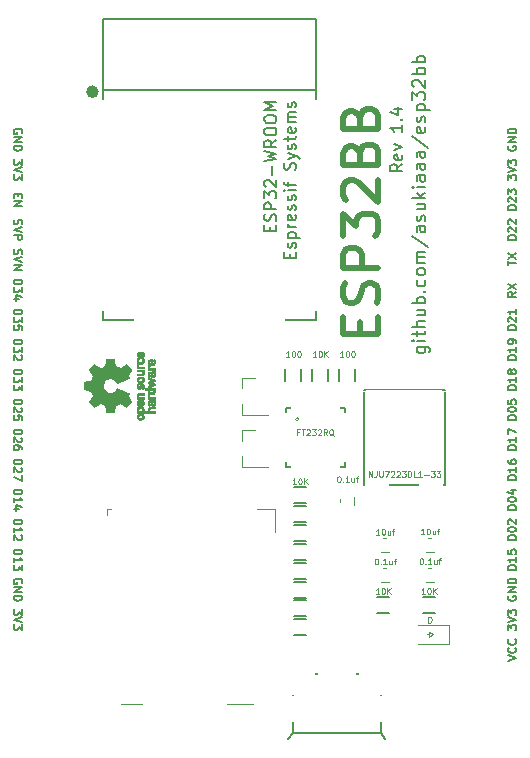
<source format=gto>
G04 #@! TF.FileFunction,Legend,Top*
%FSLAX46Y46*%
G04 Gerber Fmt 4.6, Leading zero omitted, Abs format (unit mm)*
G04 Created by KiCad (PCBNEW 4.0.6-e0-6349~52~ubuntu16.10.1) date Mon Mar  6 23:37:34 2017*
%MOMM*%
%LPD*%
G01*
G04 APERTURE LIST*
%ADD10C,0.100000*%
%ADD11C,0.175000*%
%ADD12C,0.500000*%
%ADD13C,0.200000*%
%ADD14C,0.150000*%
%ADD15C,0.120000*%
%ADD16C,0.010000*%
%ADD17C,0.127000*%
%ADD18C,0.063500*%
%ADD19C,0.125000*%
%ADD20R,0.900000X1.300000*%
%ADD21O,2.900000X1.300000*%
%ADD22O,1.300000X2.900000*%
%ADD23R,6.400000X6.400000*%
%ADD24R,1.200000X1.150000*%
%ADD25R,1.100000X1.600000*%
%ADD26R,1.400000X1.600000*%
%ADD27R,1.400000X1.200000*%
%ADD28R,1.400000X3.200000*%
%ADD29R,1.700000X2.300000*%
%ADD30R,2.051000X3.448000*%
%ADD31R,6.496000X6.496000*%
%ADD32R,1.150000X1.200000*%
%ADD33R,1.300000X1.200000*%
%ADD34R,1.300000X0.900000*%
%ADD35R,0.800000X1.750000*%
%ADD36R,2.500000X2.400000*%
%ADD37R,2.000000X2.300000*%
%ADD38R,1.600000X2.300000*%
%ADD39R,1.200000X1.300000*%
%ADD40R,2.100000X2.100000*%
%ADD41O,2.100000X2.100000*%
%ADD42R,1.100000X0.648920*%
%ADD43R,0.650000X1.100000*%
%ADD44R,1.097840X0.648920*%
G04 APERTURE END LIST*
D10*
D11*
X192721667Y-84000166D02*
X192388333Y-84233500D01*
X192721667Y-84400166D02*
X192021667Y-84400166D01*
X192021667Y-84133500D01*
X192055000Y-84066833D01*
X192088333Y-84033500D01*
X192155000Y-84000166D01*
X192255000Y-84000166D01*
X192321667Y-84033500D01*
X192355000Y-84066833D01*
X192388333Y-84133500D01*
X192388333Y-84400166D01*
X192021667Y-83766833D02*
X192721667Y-83300166D01*
X192021667Y-83300166D02*
X192721667Y-83766833D01*
X150878333Y-110893333D02*
X150878333Y-111326666D01*
X150611667Y-111093333D01*
X150611667Y-111193333D01*
X150578333Y-111260000D01*
X150545000Y-111293333D01*
X150478333Y-111326666D01*
X150311667Y-111326666D01*
X150245000Y-111293333D01*
X150211667Y-111260000D01*
X150178333Y-111193333D01*
X150178333Y-110993333D01*
X150211667Y-110926666D01*
X150245000Y-110893333D01*
X150878333Y-111526667D02*
X150178333Y-111760000D01*
X150878333Y-111993333D01*
X150878333Y-112160000D02*
X150878333Y-112593333D01*
X150611667Y-112360000D01*
X150611667Y-112460000D01*
X150578333Y-112526667D01*
X150545000Y-112560000D01*
X150478333Y-112593333D01*
X150311667Y-112593333D01*
X150245000Y-112560000D01*
X150211667Y-112526667D01*
X150178333Y-112460000D01*
X150178333Y-112260000D01*
X150211667Y-112193333D01*
X150245000Y-112160000D01*
X150845000Y-108686667D02*
X150878333Y-108620001D01*
X150878333Y-108520001D01*
X150845000Y-108420001D01*
X150778333Y-108353334D01*
X150711667Y-108320001D01*
X150578333Y-108286667D01*
X150478333Y-108286667D01*
X150345000Y-108320001D01*
X150278333Y-108353334D01*
X150211667Y-108420001D01*
X150178333Y-108520001D01*
X150178333Y-108586667D01*
X150211667Y-108686667D01*
X150245000Y-108720001D01*
X150478333Y-108720001D01*
X150478333Y-108586667D01*
X150178333Y-109020001D02*
X150878333Y-109020001D01*
X150178333Y-109420001D01*
X150878333Y-109420001D01*
X150178333Y-109753334D02*
X150878333Y-109753334D01*
X150878333Y-109920000D01*
X150845000Y-110020000D01*
X150778333Y-110086667D01*
X150711667Y-110120000D01*
X150578333Y-110153334D01*
X150478333Y-110153334D01*
X150345000Y-110120000D01*
X150278333Y-110086667D01*
X150211667Y-110020000D01*
X150178333Y-109920000D01*
X150178333Y-109753334D01*
X150178333Y-105830000D02*
X150878333Y-105830000D01*
X150878333Y-105996666D01*
X150845000Y-106096666D01*
X150778333Y-106163333D01*
X150711667Y-106196666D01*
X150578333Y-106230000D01*
X150478333Y-106230000D01*
X150345000Y-106196666D01*
X150278333Y-106163333D01*
X150211667Y-106096666D01*
X150178333Y-105996666D01*
X150178333Y-105830000D01*
X150178333Y-106896666D02*
X150178333Y-106496666D01*
X150178333Y-106696666D02*
X150878333Y-106696666D01*
X150778333Y-106630000D01*
X150711667Y-106563333D01*
X150678333Y-106496666D01*
X150878333Y-107130000D02*
X150878333Y-107563333D01*
X150611667Y-107330000D01*
X150611667Y-107430000D01*
X150578333Y-107496667D01*
X150545000Y-107530000D01*
X150478333Y-107563333D01*
X150311667Y-107563333D01*
X150245000Y-107530000D01*
X150211667Y-107496667D01*
X150178333Y-107430000D01*
X150178333Y-107230000D01*
X150211667Y-107163333D01*
X150245000Y-107130000D01*
X150178333Y-103290000D02*
X150878333Y-103290000D01*
X150878333Y-103456666D01*
X150845000Y-103556666D01*
X150778333Y-103623333D01*
X150711667Y-103656666D01*
X150578333Y-103690000D01*
X150478333Y-103690000D01*
X150345000Y-103656666D01*
X150278333Y-103623333D01*
X150211667Y-103556666D01*
X150178333Y-103456666D01*
X150178333Y-103290000D01*
X150178333Y-104356666D02*
X150178333Y-103956666D01*
X150178333Y-104156666D02*
X150878333Y-104156666D01*
X150778333Y-104090000D01*
X150711667Y-104023333D01*
X150678333Y-103956666D01*
X150811667Y-104623333D02*
X150845000Y-104656667D01*
X150878333Y-104723333D01*
X150878333Y-104890000D01*
X150845000Y-104956667D01*
X150811667Y-104990000D01*
X150745000Y-105023333D01*
X150678333Y-105023333D01*
X150578333Y-104990000D01*
X150178333Y-104590000D01*
X150178333Y-105023333D01*
X150178333Y-100750000D02*
X150878333Y-100750000D01*
X150878333Y-100916666D01*
X150845000Y-101016666D01*
X150778333Y-101083333D01*
X150711667Y-101116666D01*
X150578333Y-101150000D01*
X150478333Y-101150000D01*
X150345000Y-101116666D01*
X150278333Y-101083333D01*
X150211667Y-101016666D01*
X150178333Y-100916666D01*
X150178333Y-100750000D01*
X150178333Y-101816666D02*
X150178333Y-101416666D01*
X150178333Y-101616666D02*
X150878333Y-101616666D01*
X150778333Y-101550000D01*
X150711667Y-101483333D01*
X150678333Y-101416666D01*
X150645000Y-102416667D02*
X150178333Y-102416667D01*
X150911667Y-102250000D02*
X150411667Y-102083333D01*
X150411667Y-102516667D01*
X150178333Y-95670000D02*
X150878333Y-95670000D01*
X150878333Y-95836666D01*
X150845000Y-95936666D01*
X150778333Y-96003333D01*
X150711667Y-96036666D01*
X150578333Y-96070000D01*
X150478333Y-96070000D01*
X150345000Y-96036666D01*
X150278333Y-96003333D01*
X150211667Y-95936666D01*
X150178333Y-95836666D01*
X150178333Y-95670000D01*
X150811667Y-96336666D02*
X150845000Y-96370000D01*
X150878333Y-96436666D01*
X150878333Y-96603333D01*
X150845000Y-96670000D01*
X150811667Y-96703333D01*
X150745000Y-96736666D01*
X150678333Y-96736666D01*
X150578333Y-96703333D01*
X150178333Y-96303333D01*
X150178333Y-96736666D01*
X150878333Y-97336667D02*
X150878333Y-97203333D01*
X150845000Y-97136667D01*
X150811667Y-97103333D01*
X150711667Y-97036667D01*
X150578333Y-97003333D01*
X150311667Y-97003333D01*
X150245000Y-97036667D01*
X150211667Y-97070000D01*
X150178333Y-97136667D01*
X150178333Y-97270000D01*
X150211667Y-97336667D01*
X150245000Y-97370000D01*
X150311667Y-97403333D01*
X150478333Y-97403333D01*
X150545000Y-97370000D01*
X150578333Y-97336667D01*
X150611667Y-97270000D01*
X150611667Y-97136667D01*
X150578333Y-97070000D01*
X150545000Y-97036667D01*
X150478333Y-97003333D01*
X150178333Y-93130000D02*
X150878333Y-93130000D01*
X150878333Y-93296666D01*
X150845000Y-93396666D01*
X150778333Y-93463333D01*
X150711667Y-93496666D01*
X150578333Y-93530000D01*
X150478333Y-93530000D01*
X150345000Y-93496666D01*
X150278333Y-93463333D01*
X150211667Y-93396666D01*
X150178333Y-93296666D01*
X150178333Y-93130000D01*
X150811667Y-93796666D02*
X150845000Y-93830000D01*
X150878333Y-93896666D01*
X150878333Y-94063333D01*
X150845000Y-94130000D01*
X150811667Y-94163333D01*
X150745000Y-94196666D01*
X150678333Y-94196666D01*
X150578333Y-94163333D01*
X150178333Y-93763333D01*
X150178333Y-94196666D01*
X150878333Y-94830000D02*
X150878333Y-94496667D01*
X150545000Y-94463333D01*
X150578333Y-94496667D01*
X150611667Y-94563333D01*
X150611667Y-94730000D01*
X150578333Y-94796667D01*
X150545000Y-94830000D01*
X150478333Y-94863333D01*
X150311667Y-94863333D01*
X150245000Y-94830000D01*
X150211667Y-94796667D01*
X150178333Y-94730000D01*
X150178333Y-94563333D01*
X150211667Y-94496667D01*
X150245000Y-94463333D01*
X150178333Y-90590000D02*
X150878333Y-90590000D01*
X150878333Y-90756666D01*
X150845000Y-90856666D01*
X150778333Y-90923333D01*
X150711667Y-90956666D01*
X150578333Y-90990000D01*
X150478333Y-90990000D01*
X150345000Y-90956666D01*
X150278333Y-90923333D01*
X150211667Y-90856666D01*
X150178333Y-90756666D01*
X150178333Y-90590000D01*
X150878333Y-91223333D02*
X150878333Y-91656666D01*
X150611667Y-91423333D01*
X150611667Y-91523333D01*
X150578333Y-91590000D01*
X150545000Y-91623333D01*
X150478333Y-91656666D01*
X150311667Y-91656666D01*
X150245000Y-91623333D01*
X150211667Y-91590000D01*
X150178333Y-91523333D01*
X150178333Y-91323333D01*
X150211667Y-91256666D01*
X150245000Y-91223333D01*
X150878333Y-91890000D02*
X150878333Y-92323333D01*
X150611667Y-92090000D01*
X150611667Y-92190000D01*
X150578333Y-92256667D01*
X150545000Y-92290000D01*
X150478333Y-92323333D01*
X150311667Y-92323333D01*
X150245000Y-92290000D01*
X150211667Y-92256667D01*
X150178333Y-92190000D01*
X150178333Y-91990000D01*
X150211667Y-91923333D01*
X150245000Y-91890000D01*
X150178333Y-88050000D02*
X150878333Y-88050000D01*
X150878333Y-88216666D01*
X150845000Y-88316666D01*
X150778333Y-88383333D01*
X150711667Y-88416666D01*
X150578333Y-88450000D01*
X150478333Y-88450000D01*
X150345000Y-88416666D01*
X150278333Y-88383333D01*
X150211667Y-88316666D01*
X150178333Y-88216666D01*
X150178333Y-88050000D01*
X150878333Y-88683333D02*
X150878333Y-89116666D01*
X150611667Y-88883333D01*
X150611667Y-88983333D01*
X150578333Y-89050000D01*
X150545000Y-89083333D01*
X150478333Y-89116666D01*
X150311667Y-89116666D01*
X150245000Y-89083333D01*
X150211667Y-89050000D01*
X150178333Y-88983333D01*
X150178333Y-88783333D01*
X150211667Y-88716666D01*
X150245000Y-88683333D01*
X150811667Y-89383333D02*
X150845000Y-89416667D01*
X150878333Y-89483333D01*
X150878333Y-89650000D01*
X150845000Y-89716667D01*
X150811667Y-89750000D01*
X150745000Y-89783333D01*
X150678333Y-89783333D01*
X150578333Y-89750000D01*
X150178333Y-89350000D01*
X150178333Y-89783333D01*
X150178333Y-85510000D02*
X150878333Y-85510000D01*
X150878333Y-85676666D01*
X150845000Y-85776666D01*
X150778333Y-85843333D01*
X150711667Y-85876666D01*
X150578333Y-85910000D01*
X150478333Y-85910000D01*
X150345000Y-85876666D01*
X150278333Y-85843333D01*
X150211667Y-85776666D01*
X150178333Y-85676666D01*
X150178333Y-85510000D01*
X150878333Y-86143333D02*
X150878333Y-86576666D01*
X150611667Y-86343333D01*
X150611667Y-86443333D01*
X150578333Y-86510000D01*
X150545000Y-86543333D01*
X150478333Y-86576666D01*
X150311667Y-86576666D01*
X150245000Y-86543333D01*
X150211667Y-86510000D01*
X150178333Y-86443333D01*
X150178333Y-86243333D01*
X150211667Y-86176666D01*
X150245000Y-86143333D01*
X150878333Y-87210000D02*
X150878333Y-86876667D01*
X150545000Y-86843333D01*
X150578333Y-86876667D01*
X150611667Y-86943333D01*
X150611667Y-87110000D01*
X150578333Y-87176667D01*
X150545000Y-87210000D01*
X150478333Y-87243333D01*
X150311667Y-87243333D01*
X150245000Y-87210000D01*
X150211667Y-87176667D01*
X150178333Y-87110000D01*
X150178333Y-86943333D01*
X150211667Y-86876667D01*
X150245000Y-86843333D01*
X150178333Y-82970000D02*
X150878333Y-82970000D01*
X150878333Y-83136666D01*
X150845000Y-83236666D01*
X150778333Y-83303333D01*
X150711667Y-83336666D01*
X150578333Y-83370000D01*
X150478333Y-83370000D01*
X150345000Y-83336666D01*
X150278333Y-83303333D01*
X150211667Y-83236666D01*
X150178333Y-83136666D01*
X150178333Y-82970000D01*
X150878333Y-83603333D02*
X150878333Y-84036666D01*
X150611667Y-83803333D01*
X150611667Y-83903333D01*
X150578333Y-83970000D01*
X150545000Y-84003333D01*
X150478333Y-84036666D01*
X150311667Y-84036666D01*
X150245000Y-84003333D01*
X150211667Y-83970000D01*
X150178333Y-83903333D01*
X150178333Y-83703333D01*
X150211667Y-83636666D01*
X150245000Y-83603333D01*
X150645000Y-84636667D02*
X150178333Y-84636667D01*
X150911667Y-84470000D02*
X150411667Y-84303333D01*
X150411667Y-84736667D01*
X150211667Y-80413333D02*
X150178333Y-80513333D01*
X150178333Y-80680000D01*
X150211667Y-80746667D01*
X150245000Y-80780000D01*
X150311667Y-80813333D01*
X150378333Y-80813333D01*
X150445000Y-80780000D01*
X150478333Y-80746667D01*
X150511667Y-80680000D01*
X150545000Y-80546667D01*
X150578333Y-80480000D01*
X150611667Y-80446667D01*
X150678333Y-80413333D01*
X150745000Y-80413333D01*
X150811667Y-80446667D01*
X150845000Y-80480000D01*
X150878333Y-80546667D01*
X150878333Y-80713333D01*
X150845000Y-80813333D01*
X150878333Y-81013334D02*
X150178333Y-81246667D01*
X150878333Y-81480000D01*
X150178333Y-81713334D02*
X150878333Y-81713334D01*
X150178333Y-82113334D01*
X150878333Y-82113334D01*
X150211667Y-77890000D02*
X150178333Y-77990000D01*
X150178333Y-78156667D01*
X150211667Y-78223334D01*
X150245000Y-78256667D01*
X150311667Y-78290000D01*
X150378333Y-78290000D01*
X150445000Y-78256667D01*
X150478333Y-78223334D01*
X150511667Y-78156667D01*
X150545000Y-78023334D01*
X150578333Y-77956667D01*
X150611667Y-77923334D01*
X150678333Y-77890000D01*
X150745000Y-77890000D01*
X150811667Y-77923334D01*
X150845000Y-77956667D01*
X150878333Y-78023334D01*
X150878333Y-78190000D01*
X150845000Y-78290000D01*
X150878333Y-78490001D02*
X150178333Y-78723334D01*
X150878333Y-78956667D01*
X150178333Y-79190001D02*
X150878333Y-79190001D01*
X150878333Y-79456667D01*
X150845000Y-79523334D01*
X150811667Y-79556667D01*
X150745000Y-79590001D01*
X150645000Y-79590001D01*
X150578333Y-79556667D01*
X150545000Y-79523334D01*
X150511667Y-79456667D01*
X150511667Y-79190001D01*
X150545000Y-75683334D02*
X150545000Y-75916667D01*
X150178333Y-76016667D02*
X150178333Y-75683334D01*
X150878333Y-75683334D01*
X150878333Y-76016667D01*
X150178333Y-76316667D02*
X150878333Y-76316667D01*
X150178333Y-76716667D01*
X150878333Y-76716667D01*
X150878333Y-72793333D02*
X150878333Y-73226666D01*
X150611667Y-72993333D01*
X150611667Y-73093333D01*
X150578333Y-73160000D01*
X150545000Y-73193333D01*
X150478333Y-73226666D01*
X150311667Y-73226666D01*
X150245000Y-73193333D01*
X150211667Y-73160000D01*
X150178333Y-73093333D01*
X150178333Y-72893333D01*
X150211667Y-72826666D01*
X150245000Y-72793333D01*
X150878333Y-73426667D02*
X150178333Y-73660000D01*
X150878333Y-73893333D01*
X150878333Y-74060000D02*
X150878333Y-74493333D01*
X150611667Y-74260000D01*
X150611667Y-74360000D01*
X150578333Y-74426667D01*
X150545000Y-74460000D01*
X150478333Y-74493333D01*
X150311667Y-74493333D01*
X150245000Y-74460000D01*
X150211667Y-74426667D01*
X150178333Y-74360000D01*
X150178333Y-74160000D01*
X150211667Y-74093333D01*
X150245000Y-74060000D01*
X150845000Y-70586667D02*
X150878333Y-70520001D01*
X150878333Y-70420001D01*
X150845000Y-70320001D01*
X150778333Y-70253334D01*
X150711667Y-70220001D01*
X150578333Y-70186667D01*
X150478333Y-70186667D01*
X150345000Y-70220001D01*
X150278333Y-70253334D01*
X150211667Y-70320001D01*
X150178333Y-70420001D01*
X150178333Y-70486667D01*
X150211667Y-70586667D01*
X150245000Y-70620001D01*
X150478333Y-70620001D01*
X150478333Y-70486667D01*
X150178333Y-70920001D02*
X150878333Y-70920001D01*
X150178333Y-71320001D01*
X150878333Y-71320001D01*
X150178333Y-71653334D02*
X150878333Y-71653334D01*
X150878333Y-71820000D01*
X150845000Y-71920000D01*
X150778333Y-71986667D01*
X150711667Y-72020000D01*
X150578333Y-72053334D01*
X150478333Y-72053334D01*
X150345000Y-72020000D01*
X150278333Y-71986667D01*
X150211667Y-71920000D01*
X150178333Y-71820000D01*
X150178333Y-71653334D01*
X192021667Y-115233333D02*
X192721667Y-115000000D01*
X192021667Y-114766667D01*
X192655000Y-114133333D02*
X192688333Y-114166667D01*
X192721667Y-114266667D01*
X192721667Y-114333333D01*
X192688333Y-114433333D01*
X192621667Y-114500000D01*
X192555000Y-114533333D01*
X192421667Y-114566667D01*
X192321667Y-114566667D01*
X192188333Y-114533333D01*
X192121667Y-114500000D01*
X192055000Y-114433333D01*
X192021667Y-114333333D01*
X192021667Y-114266667D01*
X192055000Y-114166667D01*
X192088333Y-114133333D01*
X192655000Y-113433333D02*
X192688333Y-113466667D01*
X192721667Y-113566667D01*
X192721667Y-113633333D01*
X192688333Y-113733333D01*
X192621667Y-113800000D01*
X192555000Y-113833333D01*
X192421667Y-113866667D01*
X192321667Y-113866667D01*
X192188333Y-113833333D01*
X192121667Y-113800000D01*
X192055000Y-113733333D01*
X192021667Y-113633333D01*
X192021667Y-113566667D01*
X192055000Y-113466667D01*
X192088333Y-113433333D01*
X192021667Y-112626667D02*
X192021667Y-112193334D01*
X192288333Y-112426667D01*
X192288333Y-112326667D01*
X192321667Y-112260000D01*
X192355000Y-112226667D01*
X192421667Y-112193334D01*
X192588333Y-112193334D01*
X192655000Y-112226667D01*
X192688333Y-112260000D01*
X192721667Y-112326667D01*
X192721667Y-112526667D01*
X192688333Y-112593334D01*
X192655000Y-112626667D01*
X192021667Y-111993333D02*
X192721667Y-111760000D01*
X192021667Y-111526667D01*
X192021667Y-111360000D02*
X192021667Y-110926667D01*
X192288333Y-111160000D01*
X192288333Y-111060000D01*
X192321667Y-110993333D01*
X192355000Y-110960000D01*
X192421667Y-110926667D01*
X192588333Y-110926667D01*
X192655000Y-110960000D01*
X192688333Y-110993333D01*
X192721667Y-111060000D01*
X192721667Y-111260000D01*
X192688333Y-111326667D01*
X192655000Y-111360000D01*
X192055000Y-109753333D02*
X192021667Y-109819999D01*
X192021667Y-109919999D01*
X192055000Y-110019999D01*
X192121667Y-110086666D01*
X192188333Y-110119999D01*
X192321667Y-110153333D01*
X192421667Y-110153333D01*
X192555000Y-110119999D01*
X192621667Y-110086666D01*
X192688333Y-110019999D01*
X192721667Y-109919999D01*
X192721667Y-109853333D01*
X192688333Y-109753333D01*
X192655000Y-109719999D01*
X192421667Y-109719999D01*
X192421667Y-109853333D01*
X192721667Y-109419999D02*
X192021667Y-109419999D01*
X192721667Y-109019999D01*
X192021667Y-109019999D01*
X192721667Y-108686666D02*
X192021667Y-108686666D01*
X192021667Y-108520000D01*
X192055000Y-108420000D01*
X192121667Y-108353333D01*
X192188333Y-108320000D01*
X192321667Y-108286666D01*
X192421667Y-108286666D01*
X192555000Y-108320000D01*
X192621667Y-108353333D01*
X192688333Y-108420000D01*
X192721667Y-108520000D01*
X192721667Y-108686666D01*
X192021667Y-81749833D02*
X192021667Y-81349833D01*
X192721667Y-81549833D02*
X192021667Y-81549833D01*
X192021667Y-81183167D02*
X192721667Y-80716500D01*
X192021667Y-80716500D02*
X192721667Y-81183167D01*
X192721667Y-107530000D02*
X192021667Y-107530000D01*
X192021667Y-107363334D01*
X192055000Y-107263334D01*
X192121667Y-107196667D01*
X192188333Y-107163334D01*
X192321667Y-107130000D01*
X192421667Y-107130000D01*
X192555000Y-107163334D01*
X192621667Y-107196667D01*
X192688333Y-107263334D01*
X192721667Y-107363334D01*
X192721667Y-107530000D01*
X192721667Y-106463334D02*
X192721667Y-106863334D01*
X192721667Y-106663334D02*
X192021667Y-106663334D01*
X192121667Y-106730000D01*
X192188333Y-106796667D01*
X192221667Y-106863334D01*
X192021667Y-105830000D02*
X192021667Y-106163333D01*
X192355000Y-106196667D01*
X192321667Y-106163333D01*
X192288333Y-106096667D01*
X192288333Y-105930000D01*
X192321667Y-105863333D01*
X192355000Y-105830000D01*
X192421667Y-105796667D01*
X192588333Y-105796667D01*
X192655000Y-105830000D01*
X192688333Y-105863333D01*
X192721667Y-105930000D01*
X192721667Y-106096667D01*
X192688333Y-106163333D01*
X192655000Y-106196667D01*
X192721667Y-104990000D02*
X192021667Y-104990000D01*
X192021667Y-104823334D01*
X192055000Y-104723334D01*
X192121667Y-104656667D01*
X192188333Y-104623334D01*
X192321667Y-104590000D01*
X192421667Y-104590000D01*
X192555000Y-104623334D01*
X192621667Y-104656667D01*
X192688333Y-104723334D01*
X192721667Y-104823334D01*
X192721667Y-104990000D01*
X192021667Y-104156667D02*
X192021667Y-104090000D01*
X192055000Y-104023334D01*
X192088333Y-103990000D01*
X192155000Y-103956667D01*
X192288333Y-103923334D01*
X192455000Y-103923334D01*
X192588333Y-103956667D01*
X192655000Y-103990000D01*
X192688333Y-104023334D01*
X192721667Y-104090000D01*
X192721667Y-104156667D01*
X192688333Y-104223334D01*
X192655000Y-104256667D01*
X192588333Y-104290000D01*
X192455000Y-104323334D01*
X192288333Y-104323334D01*
X192155000Y-104290000D01*
X192088333Y-104256667D01*
X192055000Y-104223334D01*
X192021667Y-104156667D01*
X192088333Y-103656667D02*
X192055000Y-103623333D01*
X192021667Y-103556667D01*
X192021667Y-103390000D01*
X192055000Y-103323333D01*
X192088333Y-103290000D01*
X192155000Y-103256667D01*
X192221667Y-103256667D01*
X192321667Y-103290000D01*
X192721667Y-103690000D01*
X192721667Y-103256667D01*
X192721667Y-102450000D02*
X192021667Y-102450000D01*
X192021667Y-102283334D01*
X192055000Y-102183334D01*
X192121667Y-102116667D01*
X192188333Y-102083334D01*
X192321667Y-102050000D01*
X192421667Y-102050000D01*
X192555000Y-102083334D01*
X192621667Y-102116667D01*
X192688333Y-102183334D01*
X192721667Y-102283334D01*
X192721667Y-102450000D01*
X192021667Y-101616667D02*
X192021667Y-101550000D01*
X192055000Y-101483334D01*
X192088333Y-101450000D01*
X192155000Y-101416667D01*
X192288333Y-101383334D01*
X192455000Y-101383334D01*
X192588333Y-101416667D01*
X192655000Y-101450000D01*
X192688333Y-101483334D01*
X192721667Y-101550000D01*
X192721667Y-101616667D01*
X192688333Y-101683334D01*
X192655000Y-101716667D01*
X192588333Y-101750000D01*
X192455000Y-101783334D01*
X192288333Y-101783334D01*
X192155000Y-101750000D01*
X192088333Y-101716667D01*
X192055000Y-101683334D01*
X192021667Y-101616667D01*
X192255000Y-100783333D02*
X192721667Y-100783333D01*
X191988333Y-100950000D02*
X192488333Y-101116667D01*
X192488333Y-100683333D01*
X192721667Y-99910000D02*
X192021667Y-99910000D01*
X192021667Y-99743334D01*
X192055000Y-99643334D01*
X192121667Y-99576667D01*
X192188333Y-99543334D01*
X192321667Y-99510000D01*
X192421667Y-99510000D01*
X192555000Y-99543334D01*
X192621667Y-99576667D01*
X192688333Y-99643334D01*
X192721667Y-99743334D01*
X192721667Y-99910000D01*
X192721667Y-98843334D02*
X192721667Y-99243334D01*
X192721667Y-99043334D02*
X192021667Y-99043334D01*
X192121667Y-99110000D01*
X192188333Y-99176667D01*
X192221667Y-99243334D01*
X192021667Y-98243333D02*
X192021667Y-98376667D01*
X192055000Y-98443333D01*
X192088333Y-98476667D01*
X192188333Y-98543333D01*
X192321667Y-98576667D01*
X192588333Y-98576667D01*
X192655000Y-98543333D01*
X192688333Y-98510000D01*
X192721667Y-98443333D01*
X192721667Y-98310000D01*
X192688333Y-98243333D01*
X192655000Y-98210000D01*
X192588333Y-98176667D01*
X192421667Y-98176667D01*
X192355000Y-98210000D01*
X192321667Y-98243333D01*
X192288333Y-98310000D01*
X192288333Y-98443333D01*
X192321667Y-98510000D01*
X192355000Y-98543333D01*
X192421667Y-98576667D01*
X192721667Y-97370000D02*
X192021667Y-97370000D01*
X192021667Y-97203334D01*
X192055000Y-97103334D01*
X192121667Y-97036667D01*
X192188333Y-97003334D01*
X192321667Y-96970000D01*
X192421667Y-96970000D01*
X192555000Y-97003334D01*
X192621667Y-97036667D01*
X192688333Y-97103334D01*
X192721667Y-97203334D01*
X192721667Y-97370000D01*
X192721667Y-96303334D02*
X192721667Y-96703334D01*
X192721667Y-96503334D02*
X192021667Y-96503334D01*
X192121667Y-96570000D01*
X192188333Y-96636667D01*
X192221667Y-96703334D01*
X192021667Y-96070000D02*
X192021667Y-95603333D01*
X192721667Y-95903333D01*
X192721667Y-94830000D02*
X192021667Y-94830000D01*
X192021667Y-94663334D01*
X192055000Y-94563334D01*
X192121667Y-94496667D01*
X192188333Y-94463334D01*
X192321667Y-94430000D01*
X192421667Y-94430000D01*
X192555000Y-94463334D01*
X192621667Y-94496667D01*
X192688333Y-94563334D01*
X192721667Y-94663334D01*
X192721667Y-94830000D01*
X192021667Y-93996667D02*
X192021667Y-93930000D01*
X192055000Y-93863334D01*
X192088333Y-93830000D01*
X192155000Y-93796667D01*
X192288333Y-93763334D01*
X192455000Y-93763334D01*
X192588333Y-93796667D01*
X192655000Y-93830000D01*
X192688333Y-93863334D01*
X192721667Y-93930000D01*
X192721667Y-93996667D01*
X192688333Y-94063334D01*
X192655000Y-94096667D01*
X192588333Y-94130000D01*
X192455000Y-94163334D01*
X192288333Y-94163334D01*
X192155000Y-94130000D01*
X192088333Y-94096667D01*
X192055000Y-94063334D01*
X192021667Y-93996667D01*
X192021667Y-93130000D02*
X192021667Y-93463333D01*
X192355000Y-93496667D01*
X192321667Y-93463333D01*
X192288333Y-93396667D01*
X192288333Y-93230000D01*
X192321667Y-93163333D01*
X192355000Y-93130000D01*
X192421667Y-93096667D01*
X192588333Y-93096667D01*
X192655000Y-93130000D01*
X192688333Y-93163333D01*
X192721667Y-93230000D01*
X192721667Y-93396667D01*
X192688333Y-93463333D01*
X192655000Y-93496667D01*
X192721667Y-92290000D02*
X192021667Y-92290000D01*
X192021667Y-92123334D01*
X192055000Y-92023334D01*
X192121667Y-91956667D01*
X192188333Y-91923334D01*
X192321667Y-91890000D01*
X192421667Y-91890000D01*
X192555000Y-91923334D01*
X192621667Y-91956667D01*
X192688333Y-92023334D01*
X192721667Y-92123334D01*
X192721667Y-92290000D01*
X192721667Y-91223334D02*
X192721667Y-91623334D01*
X192721667Y-91423334D02*
X192021667Y-91423334D01*
X192121667Y-91490000D01*
X192188333Y-91556667D01*
X192221667Y-91623334D01*
X192321667Y-90823333D02*
X192288333Y-90890000D01*
X192255000Y-90923333D01*
X192188333Y-90956667D01*
X192155000Y-90956667D01*
X192088333Y-90923333D01*
X192055000Y-90890000D01*
X192021667Y-90823333D01*
X192021667Y-90690000D01*
X192055000Y-90623333D01*
X192088333Y-90590000D01*
X192155000Y-90556667D01*
X192188333Y-90556667D01*
X192255000Y-90590000D01*
X192288333Y-90623333D01*
X192321667Y-90690000D01*
X192321667Y-90823333D01*
X192355000Y-90890000D01*
X192388333Y-90923333D01*
X192455000Y-90956667D01*
X192588333Y-90956667D01*
X192655000Y-90923333D01*
X192688333Y-90890000D01*
X192721667Y-90823333D01*
X192721667Y-90690000D01*
X192688333Y-90623333D01*
X192655000Y-90590000D01*
X192588333Y-90556667D01*
X192455000Y-90556667D01*
X192388333Y-90590000D01*
X192355000Y-90623333D01*
X192321667Y-90690000D01*
X192721667Y-89750000D02*
X192021667Y-89750000D01*
X192021667Y-89583334D01*
X192055000Y-89483334D01*
X192121667Y-89416667D01*
X192188333Y-89383334D01*
X192321667Y-89350000D01*
X192421667Y-89350000D01*
X192555000Y-89383334D01*
X192621667Y-89416667D01*
X192688333Y-89483334D01*
X192721667Y-89583334D01*
X192721667Y-89750000D01*
X192721667Y-88683334D02*
X192721667Y-89083334D01*
X192721667Y-88883334D02*
X192021667Y-88883334D01*
X192121667Y-88950000D01*
X192188333Y-89016667D01*
X192221667Y-89083334D01*
X192721667Y-88350000D02*
X192721667Y-88216667D01*
X192688333Y-88150000D01*
X192655000Y-88116667D01*
X192555000Y-88050000D01*
X192421667Y-88016667D01*
X192155000Y-88016667D01*
X192088333Y-88050000D01*
X192055000Y-88083333D01*
X192021667Y-88150000D01*
X192021667Y-88283333D01*
X192055000Y-88350000D01*
X192088333Y-88383333D01*
X192155000Y-88416667D01*
X192321667Y-88416667D01*
X192388333Y-88383333D01*
X192421667Y-88350000D01*
X192455000Y-88283333D01*
X192455000Y-88150000D01*
X192421667Y-88083333D01*
X192388333Y-88050000D01*
X192321667Y-88016667D01*
X192721667Y-87210000D02*
X192021667Y-87210000D01*
X192021667Y-87043334D01*
X192055000Y-86943334D01*
X192121667Y-86876667D01*
X192188333Y-86843334D01*
X192321667Y-86810000D01*
X192421667Y-86810000D01*
X192555000Y-86843334D01*
X192621667Y-86876667D01*
X192688333Y-86943334D01*
X192721667Y-87043334D01*
X192721667Y-87210000D01*
X192088333Y-86543334D02*
X192055000Y-86510000D01*
X192021667Y-86443334D01*
X192021667Y-86276667D01*
X192055000Y-86210000D01*
X192088333Y-86176667D01*
X192155000Y-86143334D01*
X192221667Y-86143334D01*
X192321667Y-86176667D01*
X192721667Y-86576667D01*
X192721667Y-86143334D01*
X192721667Y-85476667D02*
X192721667Y-85876667D01*
X192721667Y-85676667D02*
X192021667Y-85676667D01*
X192121667Y-85743333D01*
X192188333Y-85810000D01*
X192221667Y-85876667D01*
X192721667Y-79590000D02*
X192021667Y-79590000D01*
X192021667Y-79423334D01*
X192055000Y-79323334D01*
X192121667Y-79256667D01*
X192188333Y-79223334D01*
X192321667Y-79190000D01*
X192421667Y-79190000D01*
X192555000Y-79223334D01*
X192621667Y-79256667D01*
X192688333Y-79323334D01*
X192721667Y-79423334D01*
X192721667Y-79590000D01*
X192088333Y-78923334D02*
X192055000Y-78890000D01*
X192021667Y-78823334D01*
X192021667Y-78656667D01*
X192055000Y-78590000D01*
X192088333Y-78556667D01*
X192155000Y-78523334D01*
X192221667Y-78523334D01*
X192321667Y-78556667D01*
X192721667Y-78956667D01*
X192721667Y-78523334D01*
X192088333Y-78256667D02*
X192055000Y-78223333D01*
X192021667Y-78156667D01*
X192021667Y-77990000D01*
X192055000Y-77923333D01*
X192088333Y-77890000D01*
X192155000Y-77856667D01*
X192221667Y-77856667D01*
X192321667Y-77890000D01*
X192721667Y-78290000D01*
X192721667Y-77856667D01*
X192721667Y-77050000D02*
X192021667Y-77050000D01*
X192021667Y-76883334D01*
X192055000Y-76783334D01*
X192121667Y-76716667D01*
X192188333Y-76683334D01*
X192321667Y-76650000D01*
X192421667Y-76650000D01*
X192555000Y-76683334D01*
X192621667Y-76716667D01*
X192688333Y-76783334D01*
X192721667Y-76883334D01*
X192721667Y-77050000D01*
X192088333Y-76383334D02*
X192055000Y-76350000D01*
X192021667Y-76283334D01*
X192021667Y-76116667D01*
X192055000Y-76050000D01*
X192088333Y-76016667D01*
X192155000Y-75983334D01*
X192221667Y-75983334D01*
X192321667Y-76016667D01*
X192721667Y-76416667D01*
X192721667Y-75983334D01*
X192021667Y-75750000D02*
X192021667Y-75316667D01*
X192288333Y-75550000D01*
X192288333Y-75450000D01*
X192321667Y-75383333D01*
X192355000Y-75350000D01*
X192421667Y-75316667D01*
X192588333Y-75316667D01*
X192655000Y-75350000D01*
X192688333Y-75383333D01*
X192721667Y-75450000D01*
X192721667Y-75650000D01*
X192688333Y-75716667D01*
X192655000Y-75750000D01*
X192021667Y-74526667D02*
X192021667Y-74093334D01*
X192288333Y-74326667D01*
X192288333Y-74226667D01*
X192321667Y-74160000D01*
X192355000Y-74126667D01*
X192421667Y-74093334D01*
X192588333Y-74093334D01*
X192655000Y-74126667D01*
X192688333Y-74160000D01*
X192721667Y-74226667D01*
X192721667Y-74426667D01*
X192688333Y-74493334D01*
X192655000Y-74526667D01*
X192021667Y-73893333D02*
X192721667Y-73660000D01*
X192021667Y-73426667D01*
X192021667Y-73260000D02*
X192021667Y-72826667D01*
X192288333Y-73060000D01*
X192288333Y-72960000D01*
X192321667Y-72893333D01*
X192355000Y-72860000D01*
X192421667Y-72826667D01*
X192588333Y-72826667D01*
X192655000Y-72860000D01*
X192688333Y-72893333D01*
X192721667Y-72960000D01*
X192721667Y-73160000D01*
X192688333Y-73226667D01*
X192655000Y-73260000D01*
X192055000Y-71653333D02*
X192021667Y-71719999D01*
X192021667Y-71819999D01*
X192055000Y-71919999D01*
X192121667Y-71986666D01*
X192188333Y-72019999D01*
X192321667Y-72053333D01*
X192421667Y-72053333D01*
X192555000Y-72019999D01*
X192621667Y-71986666D01*
X192688333Y-71919999D01*
X192721667Y-71819999D01*
X192721667Y-71753333D01*
X192688333Y-71653333D01*
X192655000Y-71619999D01*
X192421667Y-71619999D01*
X192421667Y-71753333D01*
X192721667Y-71319999D02*
X192021667Y-71319999D01*
X192721667Y-70919999D01*
X192021667Y-70919999D01*
X192721667Y-70586666D02*
X192021667Y-70586666D01*
X192021667Y-70420000D01*
X192055000Y-70320000D01*
X192121667Y-70253333D01*
X192188333Y-70220000D01*
X192321667Y-70186666D01*
X192421667Y-70186666D01*
X192555000Y-70220000D01*
X192621667Y-70253333D01*
X192688333Y-70320000D01*
X192721667Y-70420000D01*
X192721667Y-70586666D01*
D12*
X179490714Y-87533571D02*
X179490714Y-86533571D01*
X181062143Y-86105000D02*
X181062143Y-87533571D01*
X178062143Y-87533571D01*
X178062143Y-86105000D01*
X180919286Y-84962142D02*
X181062143Y-84533571D01*
X181062143Y-83819285D01*
X180919286Y-83533571D01*
X180776429Y-83390714D01*
X180490714Y-83247857D01*
X180205000Y-83247857D01*
X179919286Y-83390714D01*
X179776429Y-83533571D01*
X179633571Y-83819285D01*
X179490714Y-84390714D01*
X179347857Y-84676428D01*
X179205000Y-84819285D01*
X178919286Y-84962142D01*
X178633571Y-84962142D01*
X178347857Y-84819285D01*
X178205000Y-84676428D01*
X178062143Y-84390714D01*
X178062143Y-83676428D01*
X178205000Y-83247857D01*
X181062143Y-81962142D02*
X178062143Y-81962142D01*
X178062143Y-80819285D01*
X178205000Y-80533571D01*
X178347857Y-80390714D01*
X178633571Y-80247857D01*
X179062143Y-80247857D01*
X179347857Y-80390714D01*
X179490714Y-80533571D01*
X179633571Y-80819285D01*
X179633571Y-81962142D01*
X178062143Y-79247857D02*
X178062143Y-77390714D01*
X179205000Y-78390714D01*
X179205000Y-77962142D01*
X179347857Y-77676428D01*
X179490714Y-77533571D01*
X179776429Y-77390714D01*
X180490714Y-77390714D01*
X180776429Y-77533571D01*
X180919286Y-77676428D01*
X181062143Y-77962142D01*
X181062143Y-78819285D01*
X180919286Y-79104999D01*
X180776429Y-79247857D01*
X178347857Y-76247856D02*
X178205000Y-76104999D01*
X178062143Y-75819285D01*
X178062143Y-75104999D01*
X178205000Y-74819285D01*
X178347857Y-74676428D01*
X178633571Y-74533571D01*
X178919286Y-74533571D01*
X179347857Y-74676428D01*
X181062143Y-76390714D01*
X181062143Y-74533571D01*
X179490714Y-72247856D02*
X179633571Y-71819285D01*
X179776429Y-71676428D01*
X180062143Y-71533571D01*
X180490714Y-71533571D01*
X180776429Y-71676428D01*
X180919286Y-71819285D01*
X181062143Y-72104999D01*
X181062143Y-73247856D01*
X178062143Y-73247856D01*
X178062143Y-72247856D01*
X178205000Y-71962142D01*
X178347857Y-71819285D01*
X178633571Y-71676428D01*
X178919286Y-71676428D01*
X179205000Y-71819285D01*
X179347857Y-71962142D01*
X179490714Y-72247856D01*
X179490714Y-73247856D01*
X179490714Y-69247856D02*
X179633571Y-68819285D01*
X179776429Y-68676428D01*
X180062143Y-68533571D01*
X180490714Y-68533571D01*
X180776429Y-68676428D01*
X180919286Y-68819285D01*
X181062143Y-69104999D01*
X181062143Y-70247856D01*
X178062143Y-70247856D01*
X178062143Y-69247856D01*
X178205000Y-68962142D01*
X178347857Y-68819285D01*
X178633571Y-68676428D01*
X178919286Y-68676428D01*
X179205000Y-68819285D01*
X179347857Y-68962142D01*
X179490714Y-69247856D01*
X179490714Y-70247856D01*
D13*
X183078381Y-73191428D02*
X182602190Y-73524762D01*
X183078381Y-73762857D02*
X182078381Y-73762857D01*
X182078381Y-73381904D01*
X182126000Y-73286666D01*
X182173619Y-73239047D01*
X182268857Y-73191428D01*
X182411714Y-73191428D01*
X182506952Y-73239047D01*
X182554571Y-73286666D01*
X182602190Y-73381904D01*
X182602190Y-73762857D01*
X183030762Y-72381904D02*
X183078381Y-72477142D01*
X183078381Y-72667619D01*
X183030762Y-72762857D01*
X182935524Y-72810476D01*
X182554571Y-72810476D01*
X182459333Y-72762857D01*
X182411714Y-72667619D01*
X182411714Y-72477142D01*
X182459333Y-72381904D01*
X182554571Y-72334285D01*
X182649810Y-72334285D01*
X182745048Y-72810476D01*
X182411714Y-72000952D02*
X183078381Y-71762857D01*
X182411714Y-71524761D01*
X183078381Y-69858094D02*
X183078381Y-70429523D01*
X183078381Y-70143809D02*
X182078381Y-70143809D01*
X182221238Y-70239047D01*
X182316476Y-70334285D01*
X182364095Y-70429523D01*
X182983143Y-69429523D02*
X183030762Y-69381904D01*
X183078381Y-69429523D01*
X183030762Y-69477142D01*
X182983143Y-69429523D01*
X183078381Y-69429523D01*
X182411714Y-68524761D02*
X183078381Y-68524761D01*
X182030762Y-68762857D02*
X182745048Y-69000952D01*
X182745048Y-68381904D01*
X184295286Y-88654019D02*
X185185762Y-88654019D01*
X185290524Y-88706400D01*
X185342905Y-88758781D01*
X185395286Y-88863542D01*
X185395286Y-89020685D01*
X185342905Y-89125447D01*
X184976238Y-88654019D02*
X185028619Y-88758781D01*
X185028619Y-88968304D01*
X184976238Y-89073066D01*
X184923857Y-89125447D01*
X184819095Y-89177828D01*
X184504810Y-89177828D01*
X184400048Y-89125447D01*
X184347667Y-89073066D01*
X184295286Y-88968304D01*
X184295286Y-88758781D01*
X184347667Y-88654019D01*
X185028619Y-88130209D02*
X184295286Y-88130209D01*
X183928619Y-88130209D02*
X183981000Y-88182590D01*
X184033381Y-88130209D01*
X183981000Y-88077828D01*
X183928619Y-88130209D01*
X184033381Y-88130209D01*
X184295286Y-87763542D02*
X184295286Y-87344494D01*
X183928619Y-87606399D02*
X184871476Y-87606399D01*
X184976238Y-87554018D01*
X185028619Y-87449256D01*
X185028619Y-87344494D01*
X185028619Y-86977828D02*
X183928619Y-86977828D01*
X185028619Y-86506400D02*
X184452429Y-86506400D01*
X184347667Y-86558781D01*
X184295286Y-86663543D01*
X184295286Y-86820685D01*
X184347667Y-86925447D01*
X184400048Y-86977828D01*
X184295286Y-85511162D02*
X185028619Y-85511162D01*
X184295286Y-85982590D02*
X184871476Y-85982590D01*
X184976238Y-85930209D01*
X185028619Y-85825447D01*
X185028619Y-85668305D01*
X184976238Y-85563543D01*
X184923857Y-85511162D01*
X185028619Y-84987352D02*
X183928619Y-84987352D01*
X184347667Y-84987352D02*
X184295286Y-84882590D01*
X184295286Y-84673067D01*
X184347667Y-84568305D01*
X184400048Y-84515924D01*
X184504810Y-84463543D01*
X184819095Y-84463543D01*
X184923857Y-84515924D01*
X184976238Y-84568305D01*
X185028619Y-84673067D01*
X185028619Y-84882590D01*
X184976238Y-84987352D01*
X184923857Y-83992114D02*
X184976238Y-83939733D01*
X185028619Y-83992114D01*
X184976238Y-84044495D01*
X184923857Y-83992114D01*
X185028619Y-83992114D01*
X184976238Y-82996876D02*
X185028619Y-83101638D01*
X185028619Y-83311161D01*
X184976238Y-83415923D01*
X184923857Y-83468304D01*
X184819095Y-83520685D01*
X184504810Y-83520685D01*
X184400048Y-83468304D01*
X184347667Y-83415923D01*
X184295286Y-83311161D01*
X184295286Y-83101638D01*
X184347667Y-82996876D01*
X185028619Y-82368304D02*
X184976238Y-82473066D01*
X184923857Y-82525447D01*
X184819095Y-82577828D01*
X184504810Y-82577828D01*
X184400048Y-82525447D01*
X184347667Y-82473066D01*
X184295286Y-82368304D01*
X184295286Y-82211162D01*
X184347667Y-82106400D01*
X184400048Y-82054019D01*
X184504810Y-82001638D01*
X184819095Y-82001638D01*
X184923857Y-82054019D01*
X184976238Y-82106400D01*
X185028619Y-82211162D01*
X185028619Y-82368304D01*
X185028619Y-81530209D02*
X184295286Y-81530209D01*
X184400048Y-81530209D02*
X184347667Y-81477828D01*
X184295286Y-81373066D01*
X184295286Y-81215924D01*
X184347667Y-81111162D01*
X184452429Y-81058781D01*
X185028619Y-81058781D01*
X184452429Y-81058781D02*
X184347667Y-81006400D01*
X184295286Y-80901638D01*
X184295286Y-80744495D01*
X184347667Y-80639733D01*
X184452429Y-80587352D01*
X185028619Y-80587352D01*
X183876238Y-79277828D02*
X185290524Y-80220685D01*
X185028619Y-78439733D02*
X184452429Y-78439733D01*
X184347667Y-78492114D01*
X184295286Y-78596876D01*
X184295286Y-78806399D01*
X184347667Y-78911161D01*
X184976238Y-78439733D02*
X185028619Y-78544495D01*
X185028619Y-78806399D01*
X184976238Y-78911161D01*
X184871476Y-78963542D01*
X184766714Y-78963542D01*
X184661952Y-78911161D01*
X184609571Y-78806399D01*
X184609571Y-78544495D01*
X184557190Y-78439733D01*
X184976238Y-77968304D02*
X185028619Y-77863542D01*
X185028619Y-77654018D01*
X184976238Y-77549257D01*
X184871476Y-77496876D01*
X184819095Y-77496876D01*
X184714333Y-77549257D01*
X184661952Y-77654018D01*
X184661952Y-77811161D01*
X184609571Y-77915923D01*
X184504810Y-77968304D01*
X184452429Y-77968304D01*
X184347667Y-77915923D01*
X184295286Y-77811161D01*
X184295286Y-77654018D01*
X184347667Y-77549257D01*
X184295286Y-76554019D02*
X185028619Y-76554019D01*
X184295286Y-77025447D02*
X184871476Y-77025447D01*
X184976238Y-76973066D01*
X185028619Y-76868304D01*
X185028619Y-76711162D01*
X184976238Y-76606400D01*
X184923857Y-76554019D01*
X185028619Y-76030209D02*
X183928619Y-76030209D01*
X184609571Y-75925447D02*
X185028619Y-75611162D01*
X184295286Y-75611162D02*
X184714333Y-76030209D01*
X185028619Y-75139733D02*
X184295286Y-75139733D01*
X183928619Y-75139733D02*
X183981000Y-75192114D01*
X184033381Y-75139733D01*
X183981000Y-75087352D01*
X183928619Y-75139733D01*
X184033381Y-75139733D01*
X185028619Y-74144495D02*
X184452429Y-74144495D01*
X184347667Y-74196876D01*
X184295286Y-74301638D01*
X184295286Y-74511161D01*
X184347667Y-74615923D01*
X184976238Y-74144495D02*
X185028619Y-74249257D01*
X185028619Y-74511161D01*
X184976238Y-74615923D01*
X184871476Y-74668304D01*
X184766714Y-74668304D01*
X184661952Y-74615923D01*
X184609571Y-74511161D01*
X184609571Y-74249257D01*
X184557190Y-74144495D01*
X185028619Y-73149257D02*
X184452429Y-73149257D01*
X184347667Y-73201638D01*
X184295286Y-73306400D01*
X184295286Y-73515923D01*
X184347667Y-73620685D01*
X184976238Y-73149257D02*
X185028619Y-73254019D01*
X185028619Y-73515923D01*
X184976238Y-73620685D01*
X184871476Y-73673066D01*
X184766714Y-73673066D01*
X184661952Y-73620685D01*
X184609571Y-73515923D01*
X184609571Y-73254019D01*
X184557190Y-73149257D01*
X185028619Y-72154019D02*
X184452429Y-72154019D01*
X184347667Y-72206400D01*
X184295286Y-72311162D01*
X184295286Y-72520685D01*
X184347667Y-72625447D01*
X184976238Y-72154019D02*
X185028619Y-72258781D01*
X185028619Y-72520685D01*
X184976238Y-72625447D01*
X184871476Y-72677828D01*
X184766714Y-72677828D01*
X184661952Y-72625447D01*
X184609571Y-72520685D01*
X184609571Y-72258781D01*
X184557190Y-72154019D01*
X183876238Y-70844495D02*
X185290524Y-71787352D01*
X184976238Y-70058781D02*
X185028619Y-70163543D01*
X185028619Y-70373066D01*
X184976238Y-70477828D01*
X184871476Y-70530209D01*
X184452429Y-70530209D01*
X184347667Y-70477828D01*
X184295286Y-70373066D01*
X184295286Y-70163543D01*
X184347667Y-70058781D01*
X184452429Y-70006400D01*
X184557190Y-70006400D01*
X184661952Y-70530209D01*
X184976238Y-69587352D02*
X185028619Y-69482590D01*
X185028619Y-69273066D01*
X184976238Y-69168305D01*
X184871476Y-69115924D01*
X184819095Y-69115924D01*
X184714333Y-69168305D01*
X184661952Y-69273066D01*
X184661952Y-69430209D01*
X184609571Y-69534971D01*
X184504810Y-69587352D01*
X184452429Y-69587352D01*
X184347667Y-69534971D01*
X184295286Y-69430209D01*
X184295286Y-69273066D01*
X184347667Y-69168305D01*
X184295286Y-68644495D02*
X185395286Y-68644495D01*
X184347667Y-68644495D02*
X184295286Y-68539733D01*
X184295286Y-68330210D01*
X184347667Y-68225448D01*
X184400048Y-68173067D01*
X184504810Y-68120686D01*
X184819095Y-68120686D01*
X184923857Y-68173067D01*
X184976238Y-68225448D01*
X185028619Y-68330210D01*
X185028619Y-68539733D01*
X184976238Y-68644495D01*
X183928619Y-67754019D02*
X183928619Y-67073067D01*
X184347667Y-67439733D01*
X184347667Y-67282591D01*
X184400048Y-67177829D01*
X184452429Y-67125448D01*
X184557190Y-67073067D01*
X184819095Y-67073067D01*
X184923857Y-67125448D01*
X184976238Y-67177829D01*
X185028619Y-67282591D01*
X185028619Y-67596876D01*
X184976238Y-67701638D01*
X184923857Y-67754019D01*
X184033381Y-66654019D02*
X183981000Y-66601638D01*
X183928619Y-66496876D01*
X183928619Y-66234972D01*
X183981000Y-66130210D01*
X184033381Y-66077829D01*
X184138143Y-66025448D01*
X184242905Y-66025448D01*
X184400048Y-66077829D01*
X185028619Y-66706400D01*
X185028619Y-66025448D01*
X185028619Y-65554019D02*
X183928619Y-65554019D01*
X184347667Y-65554019D02*
X184295286Y-65449257D01*
X184295286Y-65239734D01*
X184347667Y-65134972D01*
X184400048Y-65082591D01*
X184504810Y-65030210D01*
X184819095Y-65030210D01*
X184923857Y-65082591D01*
X184976238Y-65134972D01*
X185028619Y-65239734D01*
X185028619Y-65449257D01*
X184976238Y-65554019D01*
X185028619Y-64558781D02*
X183928619Y-64558781D01*
X184347667Y-64558781D02*
X184295286Y-64454019D01*
X184295286Y-64244496D01*
X184347667Y-64139734D01*
X184400048Y-64087353D01*
X184504810Y-64034972D01*
X184819095Y-64034972D01*
X184923857Y-64087353D01*
X184976238Y-64139734D01*
X185028619Y-64244496D01*
X185028619Y-64454019D01*
X184976238Y-64558781D01*
D11*
X150178333Y-98210000D02*
X150878333Y-98210000D01*
X150878333Y-98376666D01*
X150845000Y-98476666D01*
X150778333Y-98543333D01*
X150711667Y-98576666D01*
X150578333Y-98610000D01*
X150478333Y-98610000D01*
X150345000Y-98576666D01*
X150278333Y-98543333D01*
X150211667Y-98476666D01*
X150178333Y-98376666D01*
X150178333Y-98210000D01*
X150811667Y-98876666D02*
X150845000Y-98910000D01*
X150878333Y-98976666D01*
X150878333Y-99143333D01*
X150845000Y-99210000D01*
X150811667Y-99243333D01*
X150745000Y-99276666D01*
X150678333Y-99276666D01*
X150578333Y-99243333D01*
X150178333Y-98843333D01*
X150178333Y-99276666D01*
X150878333Y-99510000D02*
X150878333Y-99976667D01*
X150178333Y-99676667D01*
D14*
X174934500Y-103481500D02*
X173934500Y-103481500D01*
X173934500Y-102131500D02*
X174934500Y-102131500D01*
D12*
X157128981Y-67056000D02*
G75*
G03X157128981Y-67056000I-283981J0D01*
G01*
D14*
X175751000Y-66910000D02*
X157751000Y-66910000D01*
X157751000Y-60910000D02*
X157751000Y-86410000D01*
X175751000Y-60910000D02*
X175751000Y-86410000D01*
X175751000Y-86410000D02*
X157751000Y-86410000D01*
X175751000Y-60910000D02*
X157751000Y-60910000D01*
D15*
X181260000Y-107350000D02*
X181960000Y-107350000D01*
X181960000Y-108550000D02*
X181260000Y-108550000D01*
X181260000Y-104810000D02*
X181960000Y-104810000D01*
X181960000Y-106010000D02*
X181260000Y-106010000D01*
X185770000Y-108550000D02*
X185070000Y-108550000D01*
X185070000Y-107350000D02*
X185770000Y-107350000D01*
X185770000Y-106010000D02*
X185070000Y-106010000D01*
X185070000Y-104810000D02*
X185770000Y-104810000D01*
X159230000Y-118916000D02*
X161070000Y-118916000D01*
X170470000Y-118916000D02*
X168240000Y-118916000D01*
X158080000Y-102406000D02*
X158080000Y-102916000D01*
X158400000Y-102406000D02*
X158080000Y-102406000D01*
X172310000Y-102406000D02*
X172310000Y-104316000D01*
X170780000Y-102406000D02*
X172310000Y-102406000D01*
D14*
X173934500Y-100544000D02*
X174934500Y-100544000D01*
X174934500Y-101894000D02*
X173934500Y-101894000D01*
X184658000Y-100330000D02*
X184658000Y-103505000D01*
X184658000Y-103505000D02*
X186436000Y-103505000D01*
X186436000Y-103505000D02*
X186436000Y-100330000D01*
X180086000Y-100330000D02*
X180086000Y-103505000D01*
X180086000Y-103505000D02*
X181864000Y-103505000D01*
X181864000Y-103505000D02*
X181864000Y-100330000D01*
X186690000Y-94234000D02*
X186690000Y-100330000D01*
X186690000Y-100330000D02*
X179832000Y-100330000D01*
X179832000Y-100330000D02*
X179832000Y-92456000D01*
X179832000Y-92329000D02*
X186690000Y-92329000D01*
X186690000Y-92456000D02*
X186690000Y-94234000D01*
D15*
X179035000Y-101377000D02*
X179035000Y-102077000D01*
X177835000Y-102077000D02*
X177835000Y-101377000D01*
D16*
G36*
X160600184Y-93856759D02*
X160613282Y-93830247D01*
X160636106Y-93797553D01*
X160660996Y-93773725D01*
X160692249Y-93757406D01*
X160734166Y-93747240D01*
X160791044Y-93741872D01*
X160867184Y-93739944D01*
X160899917Y-93739831D01*
X160971656Y-93740161D01*
X161022927Y-93741527D01*
X161058404Y-93744500D01*
X161082763Y-93749649D01*
X161100680Y-93757543D01*
X161112902Y-93765757D01*
X161164905Y-93818187D01*
X161196184Y-93879930D01*
X161205592Y-93946536D01*
X161191980Y-94013558D01*
X161182354Y-94034792D01*
X161155859Y-94085624D01*
X161571052Y-94085624D01*
X161551868Y-94048525D01*
X161537025Y-93999643D01*
X161533222Y-93939561D01*
X161540243Y-93879564D01*
X161556013Y-93834256D01*
X161586047Y-93796675D01*
X161629024Y-93764564D01*
X161633436Y-93762150D01*
X161654221Y-93751967D01*
X161675170Y-93744530D01*
X161700548Y-93739411D01*
X161734618Y-93736181D01*
X161781641Y-93734413D01*
X161845882Y-93733677D01*
X161918176Y-93733544D01*
X162148822Y-93733544D01*
X162148822Y-93871861D01*
X161723533Y-93871861D01*
X161690979Y-93910549D01*
X161664940Y-93950738D01*
X161660205Y-93988797D01*
X161672389Y-94027066D01*
X161684320Y-94047462D01*
X161701313Y-94062642D01*
X161726995Y-94073438D01*
X161764991Y-94080683D01*
X161818926Y-94085208D01*
X161892425Y-94087844D01*
X161941347Y-94088772D01*
X162142535Y-94091911D01*
X162146336Y-94157926D01*
X162150136Y-94223940D01*
X160901650Y-94223940D01*
X160901650Y-94085624D01*
X160971254Y-94082097D01*
X161019569Y-94070215D01*
X161049631Y-94048020D01*
X161064471Y-94013559D01*
X161067436Y-93978742D01*
X161064028Y-93939329D01*
X161050617Y-93913171D01*
X161032896Y-93896814D01*
X161013835Y-93883937D01*
X160992601Y-93876272D01*
X160962849Y-93872861D01*
X160918236Y-93872749D01*
X160880880Y-93873897D01*
X160824604Y-93876532D01*
X160787658Y-93880456D01*
X160764223Y-93887063D01*
X160748480Y-93897749D01*
X160739380Y-93907833D01*
X160719537Y-93949970D01*
X160716332Y-93999840D01*
X160723168Y-94028476D01*
X160747464Y-94056828D01*
X160794728Y-94075609D01*
X160864624Y-94084712D01*
X160901650Y-94085624D01*
X160901650Y-94223940D01*
X160589614Y-94223940D01*
X160589614Y-94154782D01*
X160591256Y-94113260D01*
X160597087Y-94091838D01*
X160608461Y-94085626D01*
X160608798Y-94085624D01*
X160619938Y-94082742D01*
X160618673Y-94070030D01*
X160606433Y-94044757D01*
X160587707Y-93985869D01*
X160585739Y-93919615D01*
X160600184Y-93856759D01*
X160600184Y-93856759D01*
G37*
X160600184Y-93856759D02*
X160613282Y-93830247D01*
X160636106Y-93797553D01*
X160660996Y-93773725D01*
X160692249Y-93757406D01*
X160734166Y-93747240D01*
X160791044Y-93741872D01*
X160867184Y-93739944D01*
X160899917Y-93739831D01*
X160971656Y-93740161D01*
X161022927Y-93741527D01*
X161058404Y-93744500D01*
X161082763Y-93749649D01*
X161100680Y-93757543D01*
X161112902Y-93765757D01*
X161164905Y-93818187D01*
X161196184Y-93879930D01*
X161205592Y-93946536D01*
X161191980Y-94013558D01*
X161182354Y-94034792D01*
X161155859Y-94085624D01*
X161571052Y-94085624D01*
X161551868Y-94048525D01*
X161537025Y-93999643D01*
X161533222Y-93939561D01*
X161540243Y-93879564D01*
X161556013Y-93834256D01*
X161586047Y-93796675D01*
X161629024Y-93764564D01*
X161633436Y-93762150D01*
X161654221Y-93751967D01*
X161675170Y-93744530D01*
X161700548Y-93739411D01*
X161734618Y-93736181D01*
X161781641Y-93734413D01*
X161845882Y-93733677D01*
X161918176Y-93733544D01*
X162148822Y-93733544D01*
X162148822Y-93871861D01*
X161723533Y-93871861D01*
X161690979Y-93910549D01*
X161664940Y-93950738D01*
X161660205Y-93988797D01*
X161672389Y-94027066D01*
X161684320Y-94047462D01*
X161701313Y-94062642D01*
X161726995Y-94073438D01*
X161764991Y-94080683D01*
X161818926Y-94085208D01*
X161892425Y-94087844D01*
X161941347Y-94088772D01*
X162142535Y-94091911D01*
X162146336Y-94157926D01*
X162150136Y-94223940D01*
X160901650Y-94223940D01*
X160901650Y-94085624D01*
X160971254Y-94082097D01*
X161019569Y-94070215D01*
X161049631Y-94048020D01*
X161064471Y-94013559D01*
X161067436Y-93978742D01*
X161064028Y-93939329D01*
X161050617Y-93913171D01*
X161032896Y-93896814D01*
X161013835Y-93883937D01*
X160992601Y-93876272D01*
X160962849Y-93872861D01*
X160918236Y-93872749D01*
X160880880Y-93873897D01*
X160824604Y-93876532D01*
X160787658Y-93880456D01*
X160764223Y-93887063D01*
X160748480Y-93897749D01*
X160739380Y-93907833D01*
X160719537Y-93949970D01*
X160716332Y-93999840D01*
X160723168Y-94028476D01*
X160747464Y-94056828D01*
X160794728Y-94075609D01*
X160864624Y-94084712D01*
X160901650Y-94085624D01*
X160901650Y-94223940D01*
X160589614Y-94223940D01*
X160589614Y-94154782D01*
X160591256Y-94113260D01*
X160597087Y-94091838D01*
X160608461Y-94085626D01*
X160608798Y-94085624D01*
X160619938Y-94082742D01*
X160618673Y-94070030D01*
X160606433Y-94044757D01*
X160587707Y-93985869D01*
X160585739Y-93919615D01*
X160600184Y-93856759D01*
G36*
X161537555Y-93332210D02*
X161553339Y-93273055D01*
X161581948Y-93228023D01*
X161619419Y-93196246D01*
X161635411Y-93186366D01*
X161652163Y-93179073D01*
X161673592Y-93173974D01*
X161703616Y-93170679D01*
X161746154Y-93168797D01*
X161805122Y-93167937D01*
X161884440Y-93167707D01*
X161905484Y-93167703D01*
X162148822Y-93167703D01*
X162148822Y-93228059D01*
X162146126Y-93266557D01*
X162139295Y-93295023D01*
X162135083Y-93302155D01*
X162127813Y-93321652D01*
X162135083Y-93341566D01*
X162144160Y-93374353D01*
X162147813Y-93421978D01*
X162146228Y-93474764D01*
X162139589Y-93523036D01*
X162131072Y-93551218D01*
X162096063Y-93605753D01*
X162047479Y-93639835D01*
X161982882Y-93655157D01*
X161981223Y-93655299D01*
X161952566Y-93653955D01*
X161952566Y-93532356D01*
X161985161Y-93521726D01*
X162003505Y-93504410D01*
X162017379Y-93469652D01*
X162022917Y-93423773D01*
X162020191Y-93376988D01*
X162009274Y-93339514D01*
X162002269Y-93329015D01*
X161969904Y-93310668D01*
X161933111Y-93306020D01*
X161884763Y-93306020D01*
X161884763Y-93375582D01*
X161889850Y-93441667D01*
X161904263Y-93491764D01*
X161926729Y-93522929D01*
X161952566Y-93532356D01*
X161952566Y-93653955D01*
X161910647Y-93651987D01*
X161854845Y-93628710D01*
X161812647Y-93584948D01*
X161808808Y-93578899D01*
X161796309Y-93552907D01*
X161788740Y-93520735D01*
X161785061Y-93475760D01*
X161784216Y-93422331D01*
X161784169Y-93306020D01*
X161735411Y-93306020D01*
X161697581Y-93310953D01*
X161672236Y-93323543D01*
X161670887Y-93325017D01*
X161659800Y-93353034D01*
X161655503Y-93395326D01*
X161657615Y-93442064D01*
X161665756Y-93483418D01*
X161677965Y-93507957D01*
X161687746Y-93521253D01*
X161689613Y-93535294D01*
X161681600Y-93554671D01*
X161661739Y-93583976D01*
X161628063Y-93627803D01*
X161624909Y-93631825D01*
X161613236Y-93629764D01*
X161593822Y-93612568D01*
X161572248Y-93586433D01*
X161554096Y-93557552D01*
X161549809Y-93548478D01*
X161541256Y-93515380D01*
X161535155Y-93466880D01*
X161532708Y-93412695D01*
X161532703Y-93410161D01*
X161537555Y-93332210D01*
X161537555Y-93332210D01*
G37*
X161537555Y-93332210D02*
X161553339Y-93273055D01*
X161581948Y-93228023D01*
X161619419Y-93196246D01*
X161635411Y-93186366D01*
X161652163Y-93179073D01*
X161673592Y-93173974D01*
X161703616Y-93170679D01*
X161746154Y-93168797D01*
X161805122Y-93167937D01*
X161884440Y-93167707D01*
X161905484Y-93167703D01*
X162148822Y-93167703D01*
X162148822Y-93228059D01*
X162146126Y-93266557D01*
X162139295Y-93295023D01*
X162135083Y-93302155D01*
X162127813Y-93321652D01*
X162135083Y-93341566D01*
X162144160Y-93374353D01*
X162147813Y-93421978D01*
X162146228Y-93474764D01*
X162139589Y-93523036D01*
X162131072Y-93551218D01*
X162096063Y-93605753D01*
X162047479Y-93639835D01*
X161982882Y-93655157D01*
X161981223Y-93655299D01*
X161952566Y-93653955D01*
X161952566Y-93532356D01*
X161985161Y-93521726D01*
X162003505Y-93504410D01*
X162017379Y-93469652D01*
X162022917Y-93423773D01*
X162020191Y-93376988D01*
X162009274Y-93339514D01*
X162002269Y-93329015D01*
X161969904Y-93310668D01*
X161933111Y-93306020D01*
X161884763Y-93306020D01*
X161884763Y-93375582D01*
X161889850Y-93441667D01*
X161904263Y-93491764D01*
X161926729Y-93522929D01*
X161952566Y-93532356D01*
X161952566Y-93653955D01*
X161910647Y-93651987D01*
X161854845Y-93628710D01*
X161812647Y-93584948D01*
X161808808Y-93578899D01*
X161796309Y-93552907D01*
X161788740Y-93520735D01*
X161785061Y-93475760D01*
X161784216Y-93422331D01*
X161784169Y-93306020D01*
X161735411Y-93306020D01*
X161697581Y-93310953D01*
X161672236Y-93323543D01*
X161670887Y-93325017D01*
X161659800Y-93353034D01*
X161655503Y-93395326D01*
X161657615Y-93442064D01*
X161665756Y-93483418D01*
X161677965Y-93507957D01*
X161687746Y-93521253D01*
X161689613Y-93535294D01*
X161681600Y-93554671D01*
X161661739Y-93583976D01*
X161628063Y-93627803D01*
X161624909Y-93631825D01*
X161613236Y-93629764D01*
X161593822Y-93612568D01*
X161572248Y-93586433D01*
X161554096Y-93557552D01*
X161549809Y-93548478D01*
X161541256Y-93515380D01*
X161535155Y-93466880D01*
X161532708Y-93412695D01*
X161532703Y-93410161D01*
X161537555Y-93332210D01*
G36*
X161534020Y-92941356D02*
X161539660Y-92922539D01*
X161552053Y-92916473D01*
X161557647Y-92916218D01*
X161573230Y-92915129D01*
X161575676Y-92907632D01*
X161564993Y-92887381D01*
X161557694Y-92875351D01*
X161542063Y-92837400D01*
X161534334Y-92792072D01*
X161533740Y-92744544D01*
X161539513Y-92699995D01*
X161550884Y-92663602D01*
X161567088Y-92640543D01*
X161587355Y-92635996D01*
X161592843Y-92638291D01*
X161615626Y-92655020D01*
X161643647Y-92680963D01*
X161648177Y-92685655D01*
X161669005Y-92710383D01*
X161675735Y-92731718D01*
X161671038Y-92761555D01*
X161667917Y-92773508D01*
X161660421Y-92810705D01*
X161663792Y-92836859D01*
X161675681Y-92858946D01*
X161691635Y-92879178D01*
X161711700Y-92894079D01*
X161739702Y-92904434D01*
X161779467Y-92911029D01*
X161834823Y-92914649D01*
X161909594Y-92916078D01*
X161954740Y-92916218D01*
X162148822Y-92916218D01*
X162148822Y-93041960D01*
X161532683Y-93041960D01*
X161532683Y-92979089D01*
X161534020Y-92941356D01*
X161534020Y-92941356D01*
G37*
X161534020Y-92941356D02*
X161539660Y-92922539D01*
X161552053Y-92916473D01*
X161557647Y-92916218D01*
X161573230Y-92915129D01*
X161575676Y-92907632D01*
X161564993Y-92887381D01*
X161557694Y-92875351D01*
X161542063Y-92837400D01*
X161534334Y-92792072D01*
X161533740Y-92744544D01*
X161539513Y-92699995D01*
X161550884Y-92663602D01*
X161567088Y-92640543D01*
X161587355Y-92635996D01*
X161592843Y-92638291D01*
X161615626Y-92655020D01*
X161643647Y-92680963D01*
X161648177Y-92685655D01*
X161669005Y-92710383D01*
X161675735Y-92731718D01*
X161671038Y-92761555D01*
X161667917Y-92773508D01*
X161660421Y-92810705D01*
X161663792Y-92836859D01*
X161675681Y-92858946D01*
X161691635Y-92879178D01*
X161711700Y-92894079D01*
X161739702Y-92904434D01*
X161779467Y-92911029D01*
X161834823Y-92914649D01*
X161909594Y-92916078D01*
X161954740Y-92916218D01*
X162148822Y-92916218D01*
X162148822Y-93041960D01*
X161532683Y-93041960D01*
X161532683Y-92979089D01*
X161534020Y-92941356D01*
G36*
X162148822Y-92149188D02*
X162148822Y-92218346D01*
X162147645Y-92258488D01*
X162142772Y-92279394D01*
X162132186Y-92286922D01*
X162125029Y-92287505D01*
X162110676Y-92288774D01*
X162107923Y-92296779D01*
X162116771Y-92317815D01*
X162125029Y-92334173D01*
X162144597Y-92396977D01*
X162145729Y-92465248D01*
X162131135Y-92520752D01*
X162095877Y-92572438D01*
X162043835Y-92611838D01*
X161982450Y-92633413D01*
X161979018Y-92633962D01*
X161941571Y-92637167D01*
X161887813Y-92638761D01*
X161847155Y-92638633D01*
X161847155Y-92501279D01*
X161901194Y-92498097D01*
X161945735Y-92490859D01*
X161970888Y-92481060D01*
X162005260Y-92443989D01*
X162017582Y-92399974D01*
X162007618Y-92354584D01*
X161977895Y-92315797D01*
X161957905Y-92301108D01*
X161934050Y-92292519D01*
X161899230Y-92288496D01*
X161846930Y-92287505D01*
X161795139Y-92289278D01*
X161749634Y-92293963D01*
X161719181Y-92300603D01*
X161716452Y-92301710D01*
X161684000Y-92328491D01*
X161666183Y-92367579D01*
X161663306Y-92411315D01*
X161675674Y-92452038D01*
X161703593Y-92482087D01*
X161709148Y-92485204D01*
X161743022Y-92494961D01*
X161791728Y-92500277D01*
X161847155Y-92501279D01*
X161847155Y-92638633D01*
X161826540Y-92638568D01*
X161793563Y-92637664D01*
X161711981Y-92631514D01*
X161650730Y-92618733D01*
X161605449Y-92597471D01*
X161571779Y-92565878D01*
X161552014Y-92535207D01*
X161538120Y-92492354D01*
X161533354Y-92439056D01*
X161537236Y-92384480D01*
X161549282Y-92337792D01*
X161563693Y-92313124D01*
X161586878Y-92287505D01*
X161293773Y-92287505D01*
X161293773Y-92149188D01*
X162148822Y-92149188D01*
X162148822Y-92149188D01*
G37*
X162148822Y-92149188D02*
X162148822Y-92218346D01*
X162147645Y-92258488D01*
X162142772Y-92279394D01*
X162132186Y-92286922D01*
X162125029Y-92287505D01*
X162110676Y-92288774D01*
X162107923Y-92296779D01*
X162116771Y-92317815D01*
X162125029Y-92334173D01*
X162144597Y-92396977D01*
X162145729Y-92465248D01*
X162131135Y-92520752D01*
X162095877Y-92572438D01*
X162043835Y-92611838D01*
X161982450Y-92633413D01*
X161979018Y-92633962D01*
X161941571Y-92637167D01*
X161887813Y-92638761D01*
X161847155Y-92638633D01*
X161847155Y-92501279D01*
X161901194Y-92498097D01*
X161945735Y-92490859D01*
X161970888Y-92481060D01*
X162005260Y-92443989D01*
X162017582Y-92399974D01*
X162007618Y-92354584D01*
X161977895Y-92315797D01*
X161957905Y-92301108D01*
X161934050Y-92292519D01*
X161899230Y-92288496D01*
X161846930Y-92287505D01*
X161795139Y-92289278D01*
X161749634Y-92293963D01*
X161719181Y-92300603D01*
X161716452Y-92301710D01*
X161684000Y-92328491D01*
X161666183Y-92367579D01*
X161663306Y-92411315D01*
X161675674Y-92452038D01*
X161703593Y-92482087D01*
X161709148Y-92485204D01*
X161743022Y-92494961D01*
X161791728Y-92500277D01*
X161847155Y-92501279D01*
X161847155Y-92638633D01*
X161826540Y-92638568D01*
X161793563Y-92637664D01*
X161711981Y-92631514D01*
X161650730Y-92618733D01*
X161605449Y-92597471D01*
X161571779Y-92565878D01*
X161552014Y-92535207D01*
X161538120Y-92492354D01*
X161533354Y-92439056D01*
X161537236Y-92384480D01*
X161549282Y-92337792D01*
X161563693Y-92313124D01*
X161586878Y-92287505D01*
X161293773Y-92287505D01*
X161293773Y-92149188D01*
X162148822Y-92149188D01*
G36*
X161535237Y-91666476D02*
X161538971Y-91616745D01*
X161928773Y-91486709D01*
X161859614Y-91466322D01*
X161816874Y-91454054D01*
X161759115Y-91437915D01*
X161695625Y-91420488D01*
X161661570Y-91411274D01*
X161532683Y-91376612D01*
X161532683Y-91233609D01*
X161667857Y-91276354D01*
X161734342Y-91297404D01*
X161814539Y-91322833D01*
X161898193Y-91349390D01*
X161972782Y-91373098D01*
X162142535Y-91427098D01*
X162146328Y-91485402D01*
X162150122Y-91543705D01*
X162045734Y-91575321D01*
X161980889Y-91594818D01*
X161909400Y-91616096D01*
X161846263Y-91634692D01*
X161843750Y-91635426D01*
X161800969Y-91649316D01*
X161771779Y-91661571D01*
X161760741Y-91670154D01*
X161762018Y-91671918D01*
X161779130Y-91678109D01*
X161815787Y-91689872D01*
X161867378Y-91705775D01*
X161929294Y-91724386D01*
X161963352Y-91734457D01*
X162148822Y-91788993D01*
X162148822Y-91904736D01*
X161856471Y-91997263D01*
X161774462Y-92023256D01*
X161699987Y-92046934D01*
X161636544Y-92067180D01*
X161587632Y-92082874D01*
X161556749Y-92092898D01*
X161547726Y-92095945D01*
X161538487Y-92093533D01*
X161534441Y-92074592D01*
X161534846Y-92035177D01*
X161535152Y-92029007D01*
X161538971Y-91955914D01*
X161715010Y-91908043D01*
X161779211Y-91890447D01*
X161835649Y-91874723D01*
X161879422Y-91862254D01*
X161905630Y-91854426D01*
X161909903Y-91852980D01*
X161904990Y-91846986D01*
X161879532Y-91834899D01*
X161836997Y-91818107D01*
X161780850Y-91797997D01*
X161730130Y-91780997D01*
X161531504Y-91716206D01*
X161535237Y-91666476D01*
X161535237Y-91666476D01*
G37*
X161535237Y-91666476D02*
X161538971Y-91616745D01*
X161928773Y-91486709D01*
X161859614Y-91466322D01*
X161816874Y-91454054D01*
X161759115Y-91437915D01*
X161695625Y-91420488D01*
X161661570Y-91411274D01*
X161532683Y-91376612D01*
X161532683Y-91233609D01*
X161667857Y-91276354D01*
X161734342Y-91297404D01*
X161814539Y-91322833D01*
X161898193Y-91349390D01*
X161972782Y-91373098D01*
X162142535Y-91427098D01*
X162146328Y-91485402D01*
X162150122Y-91543705D01*
X162045734Y-91575321D01*
X161980889Y-91594818D01*
X161909400Y-91616096D01*
X161846263Y-91634692D01*
X161843750Y-91635426D01*
X161800969Y-91649316D01*
X161771779Y-91661571D01*
X161760741Y-91670154D01*
X161762018Y-91671918D01*
X161779130Y-91678109D01*
X161815787Y-91689872D01*
X161867378Y-91705775D01*
X161929294Y-91724386D01*
X161963352Y-91734457D01*
X162148822Y-91788993D01*
X162148822Y-91904736D01*
X161856471Y-91997263D01*
X161774462Y-92023256D01*
X161699987Y-92046934D01*
X161636544Y-92067180D01*
X161587632Y-92082874D01*
X161556749Y-92092898D01*
X161547726Y-92095945D01*
X161538487Y-92093533D01*
X161534441Y-92074592D01*
X161534846Y-92035177D01*
X161535152Y-92029007D01*
X161538971Y-91955914D01*
X161715010Y-91908043D01*
X161779211Y-91890447D01*
X161835649Y-91874723D01*
X161879422Y-91862254D01*
X161905630Y-91854426D01*
X161909903Y-91852980D01*
X161904990Y-91846986D01*
X161879532Y-91834899D01*
X161836997Y-91818107D01*
X161780850Y-91797997D01*
X161730130Y-91780997D01*
X161531504Y-91716206D01*
X161535237Y-91666476D01*
G36*
X161536417Y-90909589D02*
X161549290Y-90856589D01*
X161556110Y-90841269D01*
X161573974Y-90811572D01*
X161594093Y-90788780D01*
X161619962Y-90771917D01*
X161655073Y-90760002D01*
X161702920Y-90752058D01*
X161766996Y-90747106D01*
X161850794Y-90744169D01*
X161906768Y-90743053D01*
X162148822Y-90738948D01*
X162148822Y-90809068D01*
X162147038Y-90851607D01*
X162140942Y-90873524D01*
X162130706Y-90879188D01*
X162119637Y-90882179D01*
X162121754Y-90895549D01*
X162130629Y-90913767D01*
X162144233Y-90959376D01*
X162147899Y-91017993D01*
X162141903Y-91079646D01*
X162126521Y-91134362D01*
X162124386Y-91139270D01*
X162089255Y-91189277D01*
X162040419Y-91222244D01*
X161983333Y-91237413D01*
X161962824Y-91236254D01*
X161962824Y-91112492D01*
X161990425Y-91101587D01*
X162010204Y-91069255D01*
X162020819Y-91017090D01*
X162022228Y-90989213D01*
X162018620Y-90942753D01*
X162004597Y-90911871D01*
X161997931Y-90904336D01*
X161961666Y-90883924D01*
X161928773Y-90879188D01*
X161884763Y-90879188D01*
X161884763Y-90940487D01*
X161888395Y-91011744D01*
X161899818Y-91061724D01*
X161919824Y-91093304D01*
X161928743Y-91100374D01*
X161962824Y-91112492D01*
X161962824Y-91236254D01*
X161923456Y-91234029D01*
X161866244Y-91211337D01*
X161827580Y-91180376D01*
X161810864Y-91161624D01*
X161799878Y-91143267D01*
X161793180Y-91119381D01*
X161789326Y-91084043D01*
X161786873Y-91031331D01*
X161786168Y-91010423D01*
X161781879Y-90879188D01*
X161742158Y-90879380D01*
X161700405Y-90884463D01*
X161675158Y-90902838D01*
X161659030Y-90939961D01*
X161658742Y-90940957D01*
X161652400Y-90993590D01*
X161660684Y-91045094D01*
X161680827Y-91083370D01*
X161690773Y-91098728D01*
X161689397Y-91115270D01*
X161674987Y-91140725D01*
X161664817Y-91155672D01*
X161643088Y-91184909D01*
X161626800Y-91203020D01*
X161622137Y-91205926D01*
X161598005Y-91193960D01*
X161569185Y-91158604D01*
X161559461Y-91143247D01*
X161542714Y-91099099D01*
X161533227Y-91039602D01*
X161531095Y-90973513D01*
X161536417Y-90909589D01*
X161536417Y-90909589D01*
G37*
X161536417Y-90909589D02*
X161549290Y-90856589D01*
X161556110Y-90841269D01*
X161573974Y-90811572D01*
X161594093Y-90788780D01*
X161619962Y-90771917D01*
X161655073Y-90760002D01*
X161702920Y-90752058D01*
X161766996Y-90747106D01*
X161850794Y-90744169D01*
X161906768Y-90743053D01*
X162148822Y-90738948D01*
X162148822Y-90809068D01*
X162147038Y-90851607D01*
X162140942Y-90873524D01*
X162130706Y-90879188D01*
X162119637Y-90882179D01*
X162121754Y-90895549D01*
X162130629Y-90913767D01*
X162144233Y-90959376D01*
X162147899Y-91017993D01*
X162141903Y-91079646D01*
X162126521Y-91134362D01*
X162124386Y-91139270D01*
X162089255Y-91189277D01*
X162040419Y-91222244D01*
X161983333Y-91237413D01*
X161962824Y-91236254D01*
X161962824Y-91112492D01*
X161990425Y-91101587D01*
X162010204Y-91069255D01*
X162020819Y-91017090D01*
X162022228Y-90989213D01*
X162018620Y-90942753D01*
X162004597Y-90911871D01*
X161997931Y-90904336D01*
X161961666Y-90883924D01*
X161928773Y-90879188D01*
X161884763Y-90879188D01*
X161884763Y-90940487D01*
X161888395Y-91011744D01*
X161899818Y-91061724D01*
X161919824Y-91093304D01*
X161928743Y-91100374D01*
X161962824Y-91112492D01*
X161962824Y-91236254D01*
X161923456Y-91234029D01*
X161866244Y-91211337D01*
X161827580Y-91180376D01*
X161810864Y-91161624D01*
X161799878Y-91143267D01*
X161793180Y-91119381D01*
X161789326Y-91084043D01*
X161786873Y-91031331D01*
X161786168Y-91010423D01*
X161781879Y-90879188D01*
X161742158Y-90879380D01*
X161700405Y-90884463D01*
X161675158Y-90902838D01*
X161659030Y-90939961D01*
X161658742Y-90940957D01*
X161652400Y-90993590D01*
X161660684Y-91045094D01*
X161680827Y-91083370D01*
X161690773Y-91098728D01*
X161689397Y-91115270D01*
X161674987Y-91140725D01*
X161664817Y-91155672D01*
X161643088Y-91184909D01*
X161626800Y-91203020D01*
X161622137Y-91205926D01*
X161598005Y-91193960D01*
X161569185Y-91158604D01*
X161559461Y-91143247D01*
X161542714Y-91099099D01*
X161533227Y-91039602D01*
X161531095Y-90973513D01*
X161536417Y-90909589D01*
G36*
X161532486Y-90312745D02*
X161542015Y-90264405D01*
X161556125Y-90236886D01*
X161579568Y-90207936D01*
X161631571Y-90249124D01*
X161663064Y-90274518D01*
X161678428Y-90291762D01*
X161680776Y-90308898D01*
X161673217Y-90333973D01*
X161668941Y-90345743D01*
X161662631Y-90393730D01*
X161676156Y-90437676D01*
X161706710Y-90469940D01*
X161716452Y-90475181D01*
X161742258Y-90480888D01*
X161789817Y-90485294D01*
X161855758Y-90488189D01*
X161936710Y-90489369D01*
X161948226Y-90489386D01*
X162148822Y-90489386D01*
X162148822Y-90627703D01*
X161532683Y-90627703D01*
X161532683Y-90558544D01*
X161533725Y-90518667D01*
X161538358Y-90497893D01*
X161548849Y-90490211D01*
X161558745Y-90489386D01*
X161584806Y-90489386D01*
X161558745Y-90456255D01*
X161540965Y-90418265D01*
X161532174Y-90367230D01*
X161532486Y-90312745D01*
X161532486Y-90312745D01*
G37*
X161532486Y-90312745D02*
X161542015Y-90264405D01*
X161556125Y-90236886D01*
X161579568Y-90207936D01*
X161631571Y-90249124D01*
X161663064Y-90274518D01*
X161678428Y-90291762D01*
X161680776Y-90308898D01*
X161673217Y-90333973D01*
X161668941Y-90345743D01*
X161662631Y-90393730D01*
X161676156Y-90437676D01*
X161706710Y-90469940D01*
X161716452Y-90475181D01*
X161742258Y-90480888D01*
X161789817Y-90485294D01*
X161855758Y-90488189D01*
X161936710Y-90489369D01*
X161948226Y-90489386D01*
X162148822Y-90489386D01*
X162148822Y-90627703D01*
X161532683Y-90627703D01*
X161532683Y-90558544D01*
X161533725Y-90518667D01*
X161538358Y-90497893D01*
X161548849Y-90490211D01*
X161558745Y-90489386D01*
X161584806Y-90489386D01*
X161558745Y-90456255D01*
X161540965Y-90418265D01*
X161532174Y-90367230D01*
X161532486Y-90312745D01*
G36*
X161535970Y-89915419D02*
X161551597Y-89855315D01*
X161583848Y-89804979D01*
X161607940Y-89780607D01*
X161664895Y-89740655D01*
X161730965Y-89717758D01*
X161812182Y-89709892D01*
X161818748Y-89709852D01*
X161884763Y-89709782D01*
X161884763Y-90089736D01*
X161919342Y-90081637D01*
X161950659Y-90067013D01*
X161983291Y-90041419D01*
X161988500Y-90036065D01*
X162016694Y-89990057D01*
X162021475Y-89937590D01*
X162002926Y-89877197D01*
X161997931Y-89866960D01*
X161982745Y-89835561D01*
X161974094Y-89814530D01*
X161973293Y-89810861D01*
X161981063Y-89798052D01*
X162000072Y-89773622D01*
X162010460Y-89761221D01*
X162034321Y-89735524D01*
X162050077Y-89727085D01*
X162064571Y-89732942D01*
X162068534Y-89736072D01*
X162085879Y-89757275D01*
X162106959Y-89792262D01*
X162119265Y-89816663D01*
X162140946Y-89885928D01*
X162147971Y-89962612D01*
X162139647Y-90035235D01*
X162133686Y-90055574D01*
X162099952Y-90118524D01*
X162048045Y-90165185D01*
X161977459Y-90195827D01*
X161887692Y-90210718D01*
X161840753Y-90212353D01*
X161772413Y-90207579D01*
X161772413Y-90087010D01*
X161777465Y-90075348D01*
X161781429Y-90044002D01*
X161783768Y-89998429D01*
X161784169Y-89967554D01*
X161783783Y-89912019D01*
X161781975Y-89876967D01*
X161777773Y-89857738D01*
X161770203Y-89849670D01*
X161759218Y-89848099D01*
X161725381Y-89858879D01*
X161691940Y-89886020D01*
X161666272Y-89921723D01*
X161655772Y-89957440D01*
X161665086Y-90005952D01*
X161692013Y-90047947D01*
X161730827Y-90077064D01*
X161772413Y-90087010D01*
X161772413Y-90207579D01*
X161741236Y-90205401D01*
X161661949Y-90183945D01*
X161602263Y-90147530D01*
X161561549Y-90095703D01*
X161539179Y-90028010D01*
X161534871Y-89991338D01*
X161535970Y-89915419D01*
X161535970Y-89915419D01*
G37*
X161535970Y-89915419D02*
X161551597Y-89855315D01*
X161583848Y-89804979D01*
X161607940Y-89780607D01*
X161664895Y-89740655D01*
X161730965Y-89717758D01*
X161812182Y-89709892D01*
X161818748Y-89709852D01*
X161884763Y-89709782D01*
X161884763Y-90089736D01*
X161919342Y-90081637D01*
X161950659Y-90067013D01*
X161983291Y-90041419D01*
X161988500Y-90036065D01*
X162016694Y-89990057D01*
X162021475Y-89937590D01*
X162002926Y-89877197D01*
X161997931Y-89866960D01*
X161982745Y-89835561D01*
X161974094Y-89814530D01*
X161973293Y-89810861D01*
X161981063Y-89798052D01*
X162000072Y-89773622D01*
X162010460Y-89761221D01*
X162034321Y-89735524D01*
X162050077Y-89727085D01*
X162064571Y-89732942D01*
X162068534Y-89736072D01*
X162085879Y-89757275D01*
X162106959Y-89792262D01*
X162119265Y-89816663D01*
X162140946Y-89885928D01*
X162147971Y-89962612D01*
X162139647Y-90035235D01*
X162133686Y-90055574D01*
X162099952Y-90118524D01*
X162048045Y-90165185D01*
X161977459Y-90195827D01*
X161887692Y-90210718D01*
X161840753Y-90212353D01*
X161772413Y-90207579D01*
X161772413Y-90087010D01*
X161777465Y-90075348D01*
X161781429Y-90044002D01*
X161783768Y-89998429D01*
X161784169Y-89967554D01*
X161783783Y-89912019D01*
X161781975Y-89876967D01*
X161777773Y-89857738D01*
X161770203Y-89849670D01*
X161759218Y-89848099D01*
X161725381Y-89858879D01*
X161691940Y-89886020D01*
X161666272Y-89921723D01*
X161655772Y-89957440D01*
X161665086Y-90005952D01*
X161692013Y-90047947D01*
X161730827Y-90077064D01*
X161772413Y-90087010D01*
X161772413Y-90207579D01*
X161741236Y-90205401D01*
X161661949Y-90183945D01*
X161602263Y-90147530D01*
X161561549Y-90095703D01*
X161539179Y-90028010D01*
X161534871Y-89991338D01*
X161535970Y-89915419D01*
G36*
X160596148Y-94486261D02*
X160625231Y-94420479D01*
X160673793Y-94370540D01*
X160741908Y-94336374D01*
X160829651Y-94317907D01*
X160843351Y-94316583D01*
X160939939Y-94315546D01*
X161024602Y-94328993D01*
X161093221Y-94356108D01*
X161115294Y-94370627D01*
X161162011Y-94421201D01*
X161192268Y-94485609D01*
X161204824Y-94557666D01*
X161198439Y-94631185D01*
X161178772Y-94687072D01*
X161145629Y-94735132D01*
X161102175Y-94774412D01*
X161101158Y-94775092D01*
X161074338Y-94791044D01*
X161047368Y-94801410D01*
X161013332Y-94807688D01*
X160965310Y-94811373D01*
X160925931Y-94812997D01*
X160890219Y-94813672D01*
X160890219Y-94687955D01*
X160925770Y-94686726D01*
X160973094Y-94682266D01*
X161003465Y-94674397D01*
X161025072Y-94660207D01*
X161037694Y-94646917D01*
X161064122Y-94599802D01*
X161067653Y-94550505D01*
X161048639Y-94504593D01*
X161027331Y-94481638D01*
X161005859Y-94465096D01*
X160985313Y-94455421D01*
X160958574Y-94451174D01*
X160918523Y-94450920D01*
X160881638Y-94452228D01*
X160828947Y-94455043D01*
X160794772Y-94459505D01*
X160772480Y-94467548D01*
X160755442Y-94481103D01*
X160745703Y-94491845D01*
X160720123Y-94536777D01*
X160718847Y-94585249D01*
X160733999Y-94625894D01*
X160765642Y-94660567D01*
X160817620Y-94681224D01*
X160890219Y-94687955D01*
X160890219Y-94813672D01*
X160847621Y-94814479D01*
X160789056Y-94811948D01*
X160745007Y-94804362D01*
X160710248Y-94790681D01*
X160679551Y-94769865D01*
X160670436Y-94762147D01*
X160625021Y-94713889D01*
X160598493Y-94662128D01*
X160587379Y-94598828D01*
X160586471Y-94567961D01*
X160596148Y-94486261D01*
X160596148Y-94486261D01*
G37*
X160596148Y-94486261D02*
X160625231Y-94420479D01*
X160673793Y-94370540D01*
X160741908Y-94336374D01*
X160829651Y-94317907D01*
X160843351Y-94316583D01*
X160939939Y-94315546D01*
X161024602Y-94328993D01*
X161093221Y-94356108D01*
X161115294Y-94370627D01*
X161162011Y-94421201D01*
X161192268Y-94485609D01*
X161204824Y-94557666D01*
X161198439Y-94631185D01*
X161178772Y-94687072D01*
X161145629Y-94735132D01*
X161102175Y-94774412D01*
X161101158Y-94775092D01*
X161074338Y-94791044D01*
X161047368Y-94801410D01*
X161013332Y-94807688D01*
X160965310Y-94811373D01*
X160925931Y-94812997D01*
X160890219Y-94813672D01*
X160890219Y-94687955D01*
X160925770Y-94686726D01*
X160973094Y-94682266D01*
X161003465Y-94674397D01*
X161025072Y-94660207D01*
X161037694Y-94646917D01*
X161064122Y-94599802D01*
X161067653Y-94550505D01*
X161048639Y-94504593D01*
X161027331Y-94481638D01*
X161005859Y-94465096D01*
X160985313Y-94455421D01*
X160958574Y-94451174D01*
X160918523Y-94450920D01*
X160881638Y-94452228D01*
X160828947Y-94455043D01*
X160794772Y-94459505D01*
X160772480Y-94467548D01*
X160755442Y-94481103D01*
X160745703Y-94491845D01*
X160720123Y-94536777D01*
X160718847Y-94585249D01*
X160733999Y-94625894D01*
X160765642Y-94660567D01*
X160817620Y-94681224D01*
X160890219Y-94687955D01*
X160890219Y-94813672D01*
X160847621Y-94814479D01*
X160789056Y-94811948D01*
X160745007Y-94804362D01*
X160710248Y-94790681D01*
X160679551Y-94769865D01*
X160670436Y-94762147D01*
X160625021Y-94713889D01*
X160598493Y-94662128D01*
X160587379Y-94598828D01*
X160586471Y-94567961D01*
X160596148Y-94486261D01*
G36*
X160603614Y-93304699D02*
X160609514Y-93292168D01*
X160641283Y-93248799D01*
X160687646Y-93207790D01*
X160738696Y-93177168D01*
X160762166Y-93168459D01*
X160804091Y-93160512D01*
X160854757Y-93155774D01*
X160875679Y-93155199D01*
X160941693Y-93155129D01*
X160941693Y-93535083D01*
X160976273Y-93526983D01*
X161017170Y-93507104D01*
X161052514Y-93472347D01*
X161075282Y-93430998D01*
X161080010Y-93404649D01*
X161074273Y-93368916D01*
X161059882Y-93326282D01*
X161053262Y-93311799D01*
X161026513Y-93258240D01*
X161061376Y-93212533D01*
X161084955Y-93186158D01*
X161104417Y-93172124D01*
X161110129Y-93171414D01*
X161123973Y-93183951D01*
X161145012Y-93211428D01*
X161161425Y-93236366D01*
X161190930Y-93303664D01*
X161204284Y-93379110D01*
X161200812Y-93453888D01*
X161182663Y-93513495D01*
X161143784Y-93574941D01*
X161092595Y-93618608D01*
X161026367Y-93645926D01*
X160942371Y-93658322D01*
X160903936Y-93659421D01*
X160815861Y-93655022D01*
X160813299Y-93654482D01*
X160813299Y-93528582D01*
X160821558Y-93525115D01*
X160826113Y-93510863D01*
X160828065Y-93481470D01*
X160828517Y-93432575D01*
X160828525Y-93413748D01*
X160827843Y-93356467D01*
X160825364Y-93320141D01*
X160820443Y-93300604D01*
X160812434Y-93293690D01*
X160809862Y-93293445D01*
X160789423Y-93301336D01*
X160760789Y-93321085D01*
X160750763Y-93329575D01*
X160722408Y-93361094D01*
X160711259Y-93393949D01*
X160710327Y-93411651D01*
X160721981Y-93459539D01*
X160753285Y-93499699D01*
X160798752Y-93525173D01*
X160800233Y-93525625D01*
X160813299Y-93528582D01*
X160813299Y-93654482D01*
X160746510Y-93640392D01*
X160691025Y-93614038D01*
X160651639Y-93581807D01*
X160608931Y-93522217D01*
X160586109Y-93452168D01*
X160584046Y-93377661D01*
X160603614Y-93304699D01*
X160603614Y-93304699D01*
G37*
X160603614Y-93304699D02*
X160609514Y-93292168D01*
X160641283Y-93248799D01*
X160687646Y-93207790D01*
X160738696Y-93177168D01*
X160762166Y-93168459D01*
X160804091Y-93160512D01*
X160854757Y-93155774D01*
X160875679Y-93155199D01*
X160941693Y-93155129D01*
X160941693Y-93535083D01*
X160976273Y-93526983D01*
X161017170Y-93507104D01*
X161052514Y-93472347D01*
X161075282Y-93430998D01*
X161080010Y-93404649D01*
X161074273Y-93368916D01*
X161059882Y-93326282D01*
X161053262Y-93311799D01*
X161026513Y-93258240D01*
X161061376Y-93212533D01*
X161084955Y-93186158D01*
X161104417Y-93172124D01*
X161110129Y-93171414D01*
X161123973Y-93183951D01*
X161145012Y-93211428D01*
X161161425Y-93236366D01*
X161190930Y-93303664D01*
X161204284Y-93379110D01*
X161200812Y-93453888D01*
X161182663Y-93513495D01*
X161143784Y-93574941D01*
X161092595Y-93618608D01*
X161026367Y-93645926D01*
X160942371Y-93658322D01*
X160903936Y-93659421D01*
X160815861Y-93655022D01*
X160813299Y-93654482D01*
X160813299Y-93528582D01*
X160821558Y-93525115D01*
X160826113Y-93510863D01*
X160828065Y-93481470D01*
X160828517Y-93432575D01*
X160828525Y-93413748D01*
X160827843Y-93356467D01*
X160825364Y-93320141D01*
X160820443Y-93300604D01*
X160812434Y-93293690D01*
X160809862Y-93293445D01*
X160789423Y-93301336D01*
X160760789Y-93321085D01*
X160750763Y-93329575D01*
X160722408Y-93361094D01*
X160711259Y-93393949D01*
X160710327Y-93411651D01*
X160721981Y-93459539D01*
X160753285Y-93499699D01*
X160798752Y-93525173D01*
X160800233Y-93525625D01*
X160813299Y-93528582D01*
X160813299Y-93654482D01*
X160746510Y-93640392D01*
X160691025Y-93614038D01*
X160651639Y-93581807D01*
X160608931Y-93522217D01*
X160586109Y-93452168D01*
X160584046Y-93377661D01*
X160603614Y-93304699D01*
G36*
X160587452Y-91933983D02*
X160596482Y-91886366D01*
X160615370Y-91836966D01*
X160617777Y-91831688D01*
X160637476Y-91794226D01*
X160655781Y-91768283D01*
X160667508Y-91759897D01*
X160686632Y-91767883D01*
X160714850Y-91787280D01*
X160725384Y-91795890D01*
X160766847Y-91831372D01*
X160739858Y-91877115D01*
X160721878Y-91920650D01*
X160712267Y-91970950D01*
X160711660Y-92019188D01*
X160720691Y-92056533D01*
X160726327Y-92065495D01*
X160752171Y-92082563D01*
X160781941Y-92084637D01*
X160805197Y-92071866D01*
X160809708Y-92064312D01*
X160815309Y-92041675D01*
X160821892Y-92001885D01*
X160828183Y-91952834D01*
X160829170Y-91943785D01*
X160842798Y-91865004D01*
X160865946Y-91807864D01*
X160900752Y-91769970D01*
X160949354Y-91748921D01*
X161008718Y-91742365D01*
X161076198Y-91751423D01*
X161129188Y-91780836D01*
X161167783Y-91830722D01*
X161192081Y-91901200D01*
X161201667Y-91979435D01*
X161201552Y-92043234D01*
X161192845Y-92094984D01*
X161180825Y-92130327D01*
X161159880Y-92174983D01*
X161135574Y-92216253D01*
X161124876Y-92230921D01*
X161094084Y-92268643D01*
X161048049Y-92223148D01*
X161002013Y-92177653D01*
X161036243Y-92125928D01*
X161061952Y-92074048D01*
X161075399Y-92018649D01*
X161076818Y-91965395D01*
X161066443Y-91919951D01*
X161044507Y-91887984D01*
X161025998Y-91877662D01*
X160996314Y-91879211D01*
X160973615Y-91904860D01*
X160957940Y-91954540D01*
X160950695Y-92008969D01*
X160936873Y-92092736D01*
X160910796Y-92154967D01*
X160871699Y-92196493D01*
X160818820Y-92218147D01*
X160756126Y-92221147D01*
X160690642Y-92206329D01*
X160641144Y-92172546D01*
X160607408Y-92119495D01*
X160589207Y-92046874D01*
X160585639Y-91993072D01*
X160587452Y-91933983D01*
X160587452Y-91933983D01*
G37*
X160587452Y-91933983D02*
X160596482Y-91886366D01*
X160615370Y-91836966D01*
X160617777Y-91831688D01*
X160637476Y-91794226D01*
X160655781Y-91768283D01*
X160667508Y-91759897D01*
X160686632Y-91767883D01*
X160714850Y-91787280D01*
X160725384Y-91795890D01*
X160766847Y-91831372D01*
X160739858Y-91877115D01*
X160721878Y-91920650D01*
X160712267Y-91970950D01*
X160711660Y-92019188D01*
X160720691Y-92056533D01*
X160726327Y-92065495D01*
X160752171Y-92082563D01*
X160781941Y-92084637D01*
X160805197Y-92071866D01*
X160809708Y-92064312D01*
X160815309Y-92041675D01*
X160821892Y-92001885D01*
X160828183Y-91952834D01*
X160829170Y-91943785D01*
X160842798Y-91865004D01*
X160865946Y-91807864D01*
X160900752Y-91769970D01*
X160949354Y-91748921D01*
X161008718Y-91742365D01*
X161076198Y-91751423D01*
X161129188Y-91780836D01*
X161167783Y-91830722D01*
X161192081Y-91901200D01*
X161201667Y-91979435D01*
X161201552Y-92043234D01*
X161192845Y-92094984D01*
X161180825Y-92130327D01*
X161159880Y-92174983D01*
X161135574Y-92216253D01*
X161124876Y-92230921D01*
X161094084Y-92268643D01*
X161048049Y-92223148D01*
X161002013Y-92177653D01*
X161036243Y-92125928D01*
X161061952Y-92074048D01*
X161075399Y-92018649D01*
X161076818Y-91965395D01*
X161066443Y-91919951D01*
X161044507Y-91887984D01*
X161025998Y-91877662D01*
X160996314Y-91879211D01*
X160973615Y-91904860D01*
X160957940Y-91954540D01*
X160950695Y-92008969D01*
X160936873Y-92092736D01*
X160910796Y-92154967D01*
X160871699Y-92196493D01*
X160818820Y-92218147D01*
X160756126Y-92221147D01*
X160690642Y-92206329D01*
X160641144Y-92172546D01*
X160607408Y-92119495D01*
X160589207Y-92046874D01*
X160585639Y-91993072D01*
X160587452Y-91933983D01*
G36*
X160597055Y-91337238D02*
X160631692Y-91273637D01*
X160686372Y-91223877D01*
X160730842Y-91200432D01*
X160770121Y-91190366D01*
X160826116Y-91183844D01*
X160890621Y-91181049D01*
X160955429Y-91182164D01*
X161012334Y-91187374D01*
X161042727Y-91193459D01*
X161084306Y-91213986D01*
X161128468Y-91249537D01*
X161167087Y-91292381D01*
X161192034Y-91334789D01*
X161192430Y-91335823D01*
X161203331Y-91388447D01*
X161203601Y-91450812D01*
X161193676Y-91510076D01*
X161185722Y-91532960D01*
X161152300Y-91591898D01*
X161108511Y-91634110D01*
X161050538Y-91661844D01*
X160974565Y-91677349D01*
X160934771Y-91680857D01*
X160884766Y-91680410D01*
X160884766Y-91545624D01*
X160957732Y-91541083D01*
X161013334Y-91528014D01*
X161048861Y-91507244D01*
X161059020Y-91492448D01*
X161066104Y-91454536D01*
X161064007Y-91409473D01*
X161053812Y-91370513D01*
X161048204Y-91360296D01*
X161015538Y-91333341D01*
X160965545Y-91315549D01*
X160904705Y-91307976D01*
X160839497Y-91311675D01*
X160800253Y-91319943D01*
X160754805Y-91343680D01*
X160726396Y-91381151D01*
X160716573Y-91426280D01*
X160726887Y-91472989D01*
X160752112Y-91508868D01*
X160772925Y-91527723D01*
X160793439Y-91538728D01*
X160821203Y-91543974D01*
X160863762Y-91545551D01*
X160884766Y-91545624D01*
X160884766Y-91680410D01*
X160828580Y-91679906D01*
X160741501Y-91662612D01*
X160673530Y-91628971D01*
X160624664Y-91578982D01*
X160594899Y-91512644D01*
X160591448Y-91498399D01*
X160583345Y-91412790D01*
X160597055Y-91337238D01*
X160597055Y-91337238D01*
G37*
X160597055Y-91337238D02*
X160631692Y-91273637D01*
X160686372Y-91223877D01*
X160730842Y-91200432D01*
X160770121Y-91190366D01*
X160826116Y-91183844D01*
X160890621Y-91181049D01*
X160955429Y-91182164D01*
X161012334Y-91187374D01*
X161042727Y-91193459D01*
X161084306Y-91213986D01*
X161128468Y-91249537D01*
X161167087Y-91292381D01*
X161192034Y-91334789D01*
X161192430Y-91335823D01*
X161203331Y-91388447D01*
X161203601Y-91450812D01*
X161193676Y-91510076D01*
X161185722Y-91532960D01*
X161152300Y-91591898D01*
X161108511Y-91634110D01*
X161050538Y-91661844D01*
X160974565Y-91677349D01*
X160934771Y-91680857D01*
X160884766Y-91680410D01*
X160884766Y-91545624D01*
X160957732Y-91541083D01*
X161013334Y-91528014D01*
X161048861Y-91507244D01*
X161059020Y-91492448D01*
X161066104Y-91454536D01*
X161064007Y-91409473D01*
X161053812Y-91370513D01*
X161048204Y-91360296D01*
X161015538Y-91333341D01*
X160965545Y-91315549D01*
X160904705Y-91307976D01*
X160839497Y-91311675D01*
X160800253Y-91319943D01*
X160754805Y-91343680D01*
X160726396Y-91381151D01*
X160716573Y-91426280D01*
X160726887Y-91472989D01*
X160752112Y-91508868D01*
X160772925Y-91527723D01*
X160793439Y-91538728D01*
X160821203Y-91543974D01*
X160863762Y-91545551D01*
X160884766Y-91545624D01*
X160884766Y-91680410D01*
X160828580Y-91679906D01*
X160741501Y-91662612D01*
X160673530Y-91628971D01*
X160624664Y-91578982D01*
X160594899Y-91512644D01*
X160591448Y-91498399D01*
X160583345Y-91412790D01*
X160597055Y-91337238D01*
G36*
X160785342Y-90954633D02*
X160877563Y-90953445D01*
X160947610Y-90949103D01*
X160998381Y-90940442D01*
X161032772Y-90926296D01*
X161053679Y-90905500D01*
X161064000Y-90876890D01*
X161066636Y-90841465D01*
X161063682Y-90804364D01*
X161052889Y-90776182D01*
X161031360Y-90755757D01*
X160996199Y-90741921D01*
X160944510Y-90733509D01*
X160873394Y-90729357D01*
X160785342Y-90728297D01*
X160589614Y-90728297D01*
X160589614Y-90589980D01*
X161193179Y-90589980D01*
X161193179Y-90659138D01*
X161191489Y-90700830D01*
X161185556Y-90722299D01*
X161174293Y-90728297D01*
X161164261Y-90731909D01*
X161166383Y-90746286D01*
X161180580Y-90775264D01*
X161202480Y-90841681D01*
X161200928Y-90912125D01*
X161177147Y-90979623D01*
X161158362Y-91011767D01*
X161138022Y-91036285D01*
X161112573Y-91054196D01*
X161078458Y-91066521D01*
X161032121Y-91074277D01*
X160970007Y-91078484D01*
X160888561Y-91080160D01*
X160825578Y-91080376D01*
X160589614Y-91080376D01*
X160589614Y-90954633D01*
X160785342Y-90954633D01*
X160785342Y-90954633D01*
G37*
X160785342Y-90954633D02*
X160877563Y-90953445D01*
X160947610Y-90949103D01*
X160998381Y-90940442D01*
X161032772Y-90926296D01*
X161053679Y-90905500D01*
X161064000Y-90876890D01*
X161066636Y-90841465D01*
X161063682Y-90804364D01*
X161052889Y-90776182D01*
X161031360Y-90755757D01*
X160996199Y-90741921D01*
X160944510Y-90733509D01*
X160873394Y-90729357D01*
X160785342Y-90728297D01*
X160589614Y-90728297D01*
X160589614Y-90589980D01*
X161193179Y-90589980D01*
X161193179Y-90659138D01*
X161191489Y-90700830D01*
X161185556Y-90722299D01*
X161174293Y-90728297D01*
X161164261Y-90731909D01*
X161166383Y-90746286D01*
X161180580Y-90775264D01*
X161202480Y-90841681D01*
X161200928Y-90912125D01*
X161177147Y-90979623D01*
X161158362Y-91011767D01*
X161138022Y-91036285D01*
X161112573Y-91054196D01*
X161078458Y-91066521D01*
X161032121Y-91074277D01*
X160970007Y-91078484D01*
X160888561Y-91080160D01*
X160825578Y-91080376D01*
X160589614Y-91080376D01*
X160589614Y-90954633D01*
X160785342Y-90954633D01*
G36*
X160594880Y-89730774D02*
X160625830Y-89657920D01*
X160640895Y-89634973D01*
X160664048Y-89605646D01*
X160682253Y-89587236D01*
X160688183Y-89584039D01*
X160701340Y-89593065D01*
X160723667Y-89616163D01*
X160739250Y-89634656D01*
X160779926Y-89685272D01*
X160746295Y-89725240D01*
X160724584Y-89756126D01*
X160717090Y-89786241D01*
X160718920Y-89820708D01*
X160732528Y-89875439D01*
X160760772Y-89913114D01*
X160806433Y-89936009D01*
X160872289Y-89946403D01*
X160872331Y-89946405D01*
X160945939Y-89945506D01*
X160999946Y-89931537D01*
X161036716Y-89903672D01*
X161049168Y-89884675D01*
X161064673Y-89834224D01*
X161064683Y-89780337D01*
X161049638Y-89733454D01*
X161042287Y-89722356D01*
X161023511Y-89694524D01*
X161020434Y-89672764D01*
X161034409Y-89649296D01*
X161059510Y-89623351D01*
X161101880Y-89582284D01*
X161139464Y-89627879D01*
X161181882Y-89698326D01*
X161202785Y-89777767D01*
X161201272Y-89860785D01*
X161187411Y-89915306D01*
X161153135Y-89979030D01*
X161099212Y-90029995D01*
X161061149Y-90053149D01*
X161006536Y-90071901D01*
X160937369Y-90081285D01*
X160862407Y-90081357D01*
X160790409Y-90072176D01*
X160730137Y-90053801D01*
X160723958Y-90050907D01*
X160663351Y-90008048D01*
X160619224Y-89950021D01*
X160592493Y-89881409D01*
X160584073Y-89806799D01*
X160594880Y-89730774D01*
X160594880Y-89730774D01*
G37*
X160594880Y-89730774D02*
X160625830Y-89657920D01*
X160640895Y-89634973D01*
X160664048Y-89605646D01*
X160682253Y-89587236D01*
X160688183Y-89584039D01*
X160701340Y-89593065D01*
X160723667Y-89616163D01*
X160739250Y-89634656D01*
X160779926Y-89685272D01*
X160746295Y-89725240D01*
X160724584Y-89756126D01*
X160717090Y-89786241D01*
X160718920Y-89820708D01*
X160732528Y-89875439D01*
X160760772Y-89913114D01*
X160806433Y-89936009D01*
X160872289Y-89946403D01*
X160872331Y-89946405D01*
X160945939Y-89945506D01*
X160999946Y-89931537D01*
X161036716Y-89903672D01*
X161049168Y-89884675D01*
X161064673Y-89834224D01*
X161064683Y-89780337D01*
X161049638Y-89733454D01*
X161042287Y-89722356D01*
X161023511Y-89694524D01*
X161020434Y-89672764D01*
X161034409Y-89649296D01*
X161059510Y-89623351D01*
X161101880Y-89582284D01*
X161139464Y-89627879D01*
X161181882Y-89698326D01*
X161202785Y-89777767D01*
X161201272Y-89860785D01*
X161187411Y-89915306D01*
X161153135Y-89979030D01*
X161099212Y-90029995D01*
X161061149Y-90053149D01*
X161006536Y-90071901D01*
X160937369Y-90081285D01*
X160862407Y-90081357D01*
X160790409Y-90072176D01*
X160730137Y-90053801D01*
X160723958Y-90050907D01*
X160663351Y-90008048D01*
X160619224Y-89950021D01*
X160592493Y-89881409D01*
X160584073Y-89806799D01*
X160594880Y-89730774D01*
G36*
X160587457Y-89270102D02*
X160595279Y-89237904D01*
X160623921Y-89176175D01*
X160667667Y-89123390D01*
X160720117Y-89086859D01*
X160731893Y-89081840D01*
X160762740Y-89074955D01*
X160808371Y-89070136D01*
X160854492Y-89068495D01*
X160941693Y-89068495D01*
X160941693Y-89250822D01*
X160941978Y-89326021D01*
X160943704Y-89378997D01*
X160948181Y-89412675D01*
X160956720Y-89429980D01*
X160970630Y-89433837D01*
X160991222Y-89427171D01*
X161015315Y-89415230D01*
X161055525Y-89381920D01*
X161075558Y-89335632D01*
X161074905Y-89279056D01*
X161053101Y-89214969D01*
X161026193Y-89159583D01*
X161062532Y-89113625D01*
X161098872Y-89067667D01*
X161138819Y-89110904D01*
X161176563Y-89168626D01*
X161199320Y-89239614D01*
X161205688Y-89315971D01*
X161194268Y-89389801D01*
X161190393Y-89401713D01*
X161156506Y-89466601D01*
X161105986Y-89514870D01*
X161037325Y-89547535D01*
X160949014Y-89565615D01*
X160947121Y-89565825D01*
X160850878Y-89567444D01*
X160816542Y-89560900D01*
X160816542Y-89433148D01*
X160821822Y-89421416D01*
X160825867Y-89389562D01*
X160828176Y-89342603D01*
X160828525Y-89312846D01*
X160828306Y-89257352D01*
X160826916Y-89222654D01*
X160823251Y-89204399D01*
X160816210Y-89198234D01*
X160804690Y-89199805D01*
X160800233Y-89201122D01*
X160758355Y-89223618D01*
X160724604Y-89258997D01*
X160709773Y-89290220D01*
X160710668Y-89331699D01*
X160729164Y-89373731D01*
X160759786Y-89408988D01*
X160797062Y-89430146D01*
X160816542Y-89433148D01*
X160816542Y-89560900D01*
X160766229Y-89551310D01*
X160695191Y-89519302D01*
X160639779Y-89473299D01*
X160602009Y-89415179D01*
X160583896Y-89346820D01*
X160587457Y-89270102D01*
X160587457Y-89270102D01*
G37*
X160587457Y-89270102D02*
X160595279Y-89237904D01*
X160623921Y-89176175D01*
X160667667Y-89123390D01*
X160720117Y-89086859D01*
X160731893Y-89081840D01*
X160762740Y-89074955D01*
X160808371Y-89070136D01*
X160854492Y-89068495D01*
X160941693Y-89068495D01*
X160941693Y-89250822D01*
X160941978Y-89326021D01*
X160943704Y-89378997D01*
X160948181Y-89412675D01*
X160956720Y-89429980D01*
X160970630Y-89433837D01*
X160991222Y-89427171D01*
X161015315Y-89415230D01*
X161055525Y-89381920D01*
X161075558Y-89335632D01*
X161074905Y-89279056D01*
X161053101Y-89214969D01*
X161026193Y-89159583D01*
X161062532Y-89113625D01*
X161098872Y-89067667D01*
X161138819Y-89110904D01*
X161176563Y-89168626D01*
X161199320Y-89239614D01*
X161205688Y-89315971D01*
X161194268Y-89389801D01*
X161190393Y-89401713D01*
X161156506Y-89466601D01*
X161105986Y-89514870D01*
X161037325Y-89547535D01*
X160949014Y-89565615D01*
X160947121Y-89565825D01*
X160850878Y-89567444D01*
X160816542Y-89560900D01*
X160816542Y-89433148D01*
X160821822Y-89421416D01*
X160825867Y-89389562D01*
X160828176Y-89342603D01*
X160828525Y-89312846D01*
X160828306Y-89257352D01*
X160826916Y-89222654D01*
X160823251Y-89204399D01*
X160816210Y-89198234D01*
X160804690Y-89199805D01*
X160800233Y-89201122D01*
X160758355Y-89223618D01*
X160724604Y-89258997D01*
X160709773Y-89290220D01*
X160710668Y-89331699D01*
X160729164Y-89373731D01*
X160759786Y-89408988D01*
X160797062Y-89430146D01*
X160816542Y-89433148D01*
X160816542Y-89560900D01*
X160766229Y-89551310D01*
X160695191Y-89519302D01*
X160639779Y-89473299D01*
X160602009Y-89415179D01*
X160583896Y-89346820D01*
X160587457Y-89270102D01*
G36*
X160600002Y-92702012D02*
X160614950Y-92670717D01*
X160636541Y-92640409D01*
X160661391Y-92617318D01*
X160693087Y-92600500D01*
X160735214Y-92589006D01*
X160791358Y-92581891D01*
X160865106Y-92578207D01*
X160960044Y-92577008D01*
X160969985Y-92576989D01*
X161193179Y-92576713D01*
X161193179Y-92715030D01*
X160987418Y-92715030D01*
X160911189Y-92715128D01*
X160855939Y-92715809D01*
X160817501Y-92717651D01*
X160791706Y-92721233D01*
X160774384Y-92727132D01*
X160761368Y-92735927D01*
X160748507Y-92748180D01*
X160720873Y-92791047D01*
X160715745Y-92837843D01*
X160733217Y-92882424D01*
X160746221Y-92897928D01*
X160758447Y-92909310D01*
X160771540Y-92917481D01*
X160789615Y-92922974D01*
X160816787Y-92926320D01*
X160857170Y-92928051D01*
X160914879Y-92928697D01*
X160985132Y-92928792D01*
X161193179Y-92928792D01*
X161193179Y-93067109D01*
X160589614Y-93067109D01*
X160589614Y-92997950D01*
X160591256Y-92956428D01*
X160597087Y-92935006D01*
X160608461Y-92928795D01*
X160608798Y-92928792D01*
X160619938Y-92925910D01*
X160618674Y-92913199D01*
X160606434Y-92887926D01*
X160588424Y-92830605D01*
X160586421Y-92765037D01*
X160600002Y-92702012D01*
X160600002Y-92702012D01*
G37*
X160600002Y-92702012D02*
X160614950Y-92670717D01*
X160636541Y-92640409D01*
X160661391Y-92617318D01*
X160693087Y-92600500D01*
X160735214Y-92589006D01*
X160791358Y-92581891D01*
X160865106Y-92578207D01*
X160960044Y-92577008D01*
X160969985Y-92576989D01*
X161193179Y-92576713D01*
X161193179Y-92715030D01*
X160987418Y-92715030D01*
X160911189Y-92715128D01*
X160855939Y-92715809D01*
X160817501Y-92717651D01*
X160791706Y-92721233D01*
X160774384Y-92727132D01*
X160761368Y-92735927D01*
X160748507Y-92748180D01*
X160720873Y-92791047D01*
X160715745Y-92837843D01*
X160733217Y-92882424D01*
X160746221Y-92897928D01*
X160758447Y-92909310D01*
X160771540Y-92917481D01*
X160789615Y-92922974D01*
X160816787Y-92926320D01*
X160857170Y-92928051D01*
X160914879Y-92928697D01*
X160985132Y-92928792D01*
X161193179Y-92928792D01*
X161193179Y-93067109D01*
X160589614Y-93067109D01*
X160589614Y-92997950D01*
X160591256Y-92956428D01*
X160597087Y-92935006D01*
X160608461Y-92928795D01*
X160608798Y-92928792D01*
X160619938Y-92925910D01*
X160618674Y-92913199D01*
X160606434Y-92887926D01*
X160588424Y-92830605D01*
X160586421Y-92765037D01*
X160600002Y-92702012D01*
G36*
X160589030Y-90148540D02*
X160602245Y-90105289D01*
X160618941Y-90077442D01*
X160632145Y-90068371D01*
X160647797Y-90070868D01*
X160672385Y-90087069D01*
X160689800Y-90100768D01*
X160721283Y-90129008D01*
X160734529Y-90150225D01*
X160733664Y-90168312D01*
X160720010Y-90221965D01*
X160720630Y-90261370D01*
X160736104Y-90293368D01*
X160745161Y-90304110D01*
X160777027Y-90338495D01*
X161193179Y-90338495D01*
X161193179Y-90476812D01*
X160589614Y-90476812D01*
X160589614Y-90407653D01*
X160591256Y-90366131D01*
X160597087Y-90344709D01*
X160608461Y-90338498D01*
X160608798Y-90338495D01*
X160620713Y-90335561D01*
X160619159Y-90322296D01*
X160610563Y-90303916D01*
X160594568Y-90265954D01*
X160584945Y-90235128D01*
X160582478Y-90195464D01*
X160589030Y-90148540D01*
X160589030Y-90148540D01*
G37*
X160589030Y-90148540D02*
X160602245Y-90105289D01*
X160618941Y-90077442D01*
X160632145Y-90068371D01*
X160647797Y-90070868D01*
X160672385Y-90087069D01*
X160689800Y-90100768D01*
X160721283Y-90129008D01*
X160734529Y-90150225D01*
X160733664Y-90168312D01*
X160720010Y-90221965D01*
X160720630Y-90261370D01*
X160736104Y-90293368D01*
X160745161Y-90304110D01*
X160777027Y-90338495D01*
X161193179Y-90338495D01*
X161193179Y-90476812D01*
X160589614Y-90476812D01*
X160589614Y-90407653D01*
X160591256Y-90366131D01*
X160597087Y-90344709D01*
X160608461Y-90338498D01*
X160608798Y-90338495D01*
X160620713Y-90335561D01*
X160619159Y-90322296D01*
X160610563Y-90303916D01*
X160594568Y-90265954D01*
X160584945Y-90235128D01*
X160582478Y-90195464D01*
X160589030Y-90148540D01*
G36*
X156421018Y-91571036D02*
X156722570Y-91514188D01*
X156895512Y-91094662D01*
X156724395Y-90843016D01*
X156676750Y-90772542D01*
X156634210Y-90708837D01*
X156598715Y-90654874D01*
X156572210Y-90613627D01*
X156556636Y-90588066D01*
X156553278Y-90581105D01*
X156561914Y-90568565D01*
X156585792Y-90541769D01*
X156621859Y-90503720D01*
X156667067Y-90457421D01*
X156718364Y-90405877D01*
X156772701Y-90352091D01*
X156827028Y-90299065D01*
X156878295Y-90249805D01*
X156923451Y-90207313D01*
X156959446Y-90174593D01*
X156983230Y-90154649D01*
X156991190Y-90149881D01*
X157005865Y-90156743D01*
X157038014Y-90175980D01*
X157084492Y-90205570D01*
X157142156Y-90243490D01*
X157207860Y-90287718D01*
X157245336Y-90313346D01*
X157313768Y-90360059D01*
X157375520Y-90401568D01*
X157427519Y-90435860D01*
X157466692Y-90460920D01*
X157489965Y-90474736D01*
X157494855Y-90476812D01*
X157508755Y-90472105D01*
X157541150Y-90459277D01*
X157587485Y-90440262D01*
X157643206Y-90416997D01*
X157703758Y-90391416D01*
X157764586Y-90365455D01*
X157821136Y-90341050D01*
X157868852Y-90320137D01*
X157903181Y-90304651D01*
X157919568Y-90296528D01*
X157920212Y-90296048D01*
X157923341Y-90283293D01*
X157930321Y-90249323D01*
X157940467Y-90197660D01*
X157953092Y-90131824D01*
X157967509Y-90055336D01*
X157975823Y-90010710D01*
X157991384Y-89928979D01*
X158006192Y-89855157D01*
X158019436Y-89792979D01*
X158030305Y-89746178D01*
X158037989Y-89718491D01*
X158040427Y-89712926D01*
X158056930Y-89707474D01*
X158094200Y-89703076D01*
X158147880Y-89699728D01*
X158213612Y-89697426D01*
X158287037Y-89696168D01*
X158363796Y-89695952D01*
X158439532Y-89696773D01*
X158509886Y-89698629D01*
X158570500Y-89701518D01*
X158617016Y-89705435D01*
X158645075Y-89710378D01*
X158650916Y-89713343D01*
X158657917Y-89731066D01*
X158667927Y-89768619D01*
X158679769Y-89821036D01*
X158692267Y-89883348D01*
X158696310Y-89905100D01*
X158715520Y-90009976D01*
X158730991Y-90092820D01*
X158743337Y-90156370D01*
X158753173Y-90203363D01*
X158761114Y-90236537D01*
X158767776Y-90258629D01*
X158773773Y-90272376D01*
X158779719Y-90280516D01*
X158780894Y-90281655D01*
X158799826Y-90293023D01*
X158836669Y-90310365D01*
X158886913Y-90331950D01*
X158946046Y-90356046D01*
X159009556Y-90380921D01*
X159072932Y-90404843D01*
X159131662Y-90426081D01*
X159181235Y-90442903D01*
X159217139Y-90453578D01*
X159234862Y-90456373D01*
X159235483Y-90456140D01*
X159249970Y-90446669D01*
X159281844Y-90425182D01*
X159327789Y-90393937D01*
X159384485Y-90355193D01*
X159448617Y-90311207D01*
X159466842Y-90298681D01*
X159532914Y-90254016D01*
X159593200Y-90214712D01*
X159644235Y-90182912D01*
X159682560Y-90160755D01*
X159704711Y-90150383D01*
X159707432Y-90149881D01*
X159721736Y-90158595D01*
X159750072Y-90182675D01*
X159789396Y-90219024D01*
X159836661Y-90264547D01*
X159888823Y-90316148D01*
X159942835Y-90370733D01*
X159995653Y-90425206D01*
X160044231Y-90476471D01*
X160085523Y-90521433D01*
X160116485Y-90556996D01*
X160134070Y-90580065D01*
X160136941Y-90586446D01*
X160130178Y-90601301D01*
X160111939Y-90631714D01*
X160085297Y-90672732D01*
X160063852Y-90704291D01*
X160024503Y-90761475D01*
X159978171Y-90829194D01*
X159931913Y-90897120D01*
X159907155Y-90933639D01*
X159823547Y-91057248D01*
X159879650Y-91161009D01*
X159904228Y-91208280D01*
X159923331Y-91248477D01*
X159934227Y-91275674D01*
X159935743Y-91282598D01*
X159924549Y-91290923D01*
X159892917Y-91307346D01*
X159843765Y-91330643D01*
X159780010Y-91359586D01*
X159704571Y-91392950D01*
X159620364Y-91429509D01*
X159530308Y-91468036D01*
X159437321Y-91507306D01*
X159344320Y-91546092D01*
X159254223Y-91583170D01*
X159169948Y-91617311D01*
X159094413Y-91647292D01*
X159030534Y-91671884D01*
X158981231Y-91689864D01*
X158949421Y-91700003D01*
X158938496Y-91701634D01*
X158924561Y-91688709D01*
X158901940Y-91660411D01*
X158875333Y-91622654D01*
X158873228Y-91619485D01*
X158795114Y-91521900D01*
X158703982Y-91443214D01*
X158602745Y-91384109D01*
X158494318Y-91345268D01*
X158381614Y-91327372D01*
X158267548Y-91331103D01*
X158155034Y-91357143D01*
X158046985Y-91406175D01*
X158023345Y-91420600D01*
X157927887Y-91495631D01*
X157851232Y-91584270D01*
X157793780Y-91683451D01*
X157755929Y-91790105D01*
X157738078Y-91901164D01*
X157740625Y-92013561D01*
X157763970Y-92124227D01*
X157808510Y-92230094D01*
X157874645Y-92328095D01*
X157901487Y-92358410D01*
X157985512Y-92435562D01*
X158073966Y-92491782D01*
X158173115Y-92530347D01*
X158271303Y-92551826D01*
X158381697Y-92557128D01*
X158492640Y-92539448D01*
X158600381Y-92500581D01*
X158701169Y-92442323D01*
X158791256Y-92366469D01*
X158866892Y-92274817D01*
X158874864Y-92262772D01*
X158900974Y-92224611D01*
X158923595Y-92195601D01*
X158938039Y-92181732D01*
X158938496Y-92181531D01*
X158954121Y-92184508D01*
X158989582Y-92196311D01*
X159041962Y-92215714D01*
X159108345Y-92241488D01*
X159185814Y-92272409D01*
X159271450Y-92307249D01*
X159362337Y-92344783D01*
X159455559Y-92383783D01*
X159548197Y-92423023D01*
X159637335Y-92461276D01*
X159720055Y-92497317D01*
X159793441Y-92529917D01*
X159854575Y-92557852D01*
X159900541Y-92579895D01*
X159928421Y-92594818D01*
X159935743Y-92600828D01*
X159930041Y-92619191D01*
X159914749Y-92653552D01*
X159892599Y-92697984D01*
X159879650Y-92722417D01*
X159823547Y-92826178D01*
X159907155Y-92949787D01*
X159949987Y-93012886D01*
X159997122Y-93081970D01*
X160041503Y-93146707D01*
X160063852Y-93179134D01*
X160094477Y-93224741D01*
X160118747Y-93263360D01*
X160133587Y-93289952D01*
X160136724Y-93298590D01*
X160128261Y-93311161D01*
X160104636Y-93338984D01*
X160068302Y-93379361D01*
X160021711Y-93429595D01*
X159967317Y-93486988D01*
X159932392Y-93523286D01*
X159869996Y-93586790D01*
X159814188Y-93641673D01*
X159767354Y-93685714D01*
X159731882Y-93716695D01*
X159710161Y-93732398D01*
X159705752Y-93733905D01*
X159688985Y-93726914D01*
X159655082Y-93707594D01*
X159607476Y-93678091D01*
X159549599Y-93640545D01*
X159484884Y-93597100D01*
X159466842Y-93584745D01*
X159401267Y-93539727D01*
X159342228Y-93499340D01*
X159293042Y-93465840D01*
X159257028Y-93441486D01*
X159237502Y-93428536D01*
X159235483Y-93427285D01*
X159219922Y-93429156D01*
X159185709Y-93439087D01*
X159137355Y-93455347D01*
X159079371Y-93476205D01*
X159016270Y-93499927D01*
X158952563Y-93524784D01*
X158892761Y-93549042D01*
X158841376Y-93570971D01*
X158802919Y-93588838D01*
X158781902Y-93600913D01*
X158780894Y-93601771D01*
X158774888Y-93609154D01*
X158768948Y-93621625D01*
X158762460Y-93641920D01*
X158754809Y-93672778D01*
X158745380Y-93716934D01*
X158733559Y-93777126D01*
X158718729Y-93856093D01*
X158700277Y-93956570D01*
X158696310Y-93978325D01*
X158683853Y-94042802D01*
X158671666Y-94099011D01*
X158660926Y-94141987D01*
X158652809Y-94166760D01*
X158650916Y-94170082D01*
X158634138Y-94175556D01*
X158596645Y-94180006D01*
X158542794Y-94183428D01*
X158476944Y-94185819D01*
X158403453Y-94187177D01*
X158326680Y-94187499D01*
X158250983Y-94186781D01*
X158180720Y-94185021D01*
X158120250Y-94182216D01*
X158073930Y-94178362D01*
X158046119Y-94173457D01*
X158040427Y-94170500D01*
X158034686Y-94154037D01*
X158025345Y-94116551D01*
X158013215Y-94061775D01*
X157999107Y-93993445D01*
X157983830Y-93915294D01*
X157975823Y-93872716D01*
X157960721Y-93791929D01*
X157947040Y-93719887D01*
X157935467Y-93660111D01*
X157926687Y-93616121D01*
X157921387Y-93591439D01*
X157920212Y-93587377D01*
X157906965Y-93580511D01*
X157875057Y-93565998D01*
X157829047Y-93545771D01*
X157773492Y-93521766D01*
X157712953Y-93495918D01*
X157651986Y-93470160D01*
X157595151Y-93446427D01*
X157547006Y-93426654D01*
X157512110Y-93412776D01*
X157495021Y-93406726D01*
X157494274Y-93406614D01*
X157480793Y-93413472D01*
X157449770Y-93432698D01*
X157404289Y-93462272D01*
X157347432Y-93500173D01*
X157282283Y-93544380D01*
X157244862Y-93570079D01*
X157176247Y-93616907D01*
X157113952Y-93658499D01*
X157061129Y-93692825D01*
X157020927Y-93717857D01*
X156996500Y-93731565D01*
X156991024Y-93733544D01*
X156978278Y-93725034D01*
X156951063Y-93701507D01*
X156912428Y-93665968D01*
X156865423Y-93621423D01*
X156813095Y-93570877D01*
X156758495Y-93517336D01*
X156704670Y-93463805D01*
X156654670Y-93413289D01*
X156611543Y-93368794D01*
X156578339Y-93333325D01*
X156558106Y-93309887D01*
X156553278Y-93302046D01*
X156560067Y-93289280D01*
X156579142Y-93258744D01*
X156608561Y-93213410D01*
X156646381Y-93156244D01*
X156690661Y-93090216D01*
X156724395Y-93040410D01*
X156895512Y-92788764D01*
X156809041Y-92579001D01*
X156722570Y-92369237D01*
X156421018Y-92312389D01*
X156119466Y-92255540D01*
X156119466Y-91627885D01*
X156421018Y-91571036D01*
X156421018Y-91571036D01*
G37*
X156421018Y-91571036D02*
X156722570Y-91514188D01*
X156895512Y-91094662D01*
X156724395Y-90843016D01*
X156676750Y-90772542D01*
X156634210Y-90708837D01*
X156598715Y-90654874D01*
X156572210Y-90613627D01*
X156556636Y-90588066D01*
X156553278Y-90581105D01*
X156561914Y-90568565D01*
X156585792Y-90541769D01*
X156621859Y-90503720D01*
X156667067Y-90457421D01*
X156718364Y-90405877D01*
X156772701Y-90352091D01*
X156827028Y-90299065D01*
X156878295Y-90249805D01*
X156923451Y-90207313D01*
X156959446Y-90174593D01*
X156983230Y-90154649D01*
X156991190Y-90149881D01*
X157005865Y-90156743D01*
X157038014Y-90175980D01*
X157084492Y-90205570D01*
X157142156Y-90243490D01*
X157207860Y-90287718D01*
X157245336Y-90313346D01*
X157313768Y-90360059D01*
X157375520Y-90401568D01*
X157427519Y-90435860D01*
X157466692Y-90460920D01*
X157489965Y-90474736D01*
X157494855Y-90476812D01*
X157508755Y-90472105D01*
X157541150Y-90459277D01*
X157587485Y-90440262D01*
X157643206Y-90416997D01*
X157703758Y-90391416D01*
X157764586Y-90365455D01*
X157821136Y-90341050D01*
X157868852Y-90320137D01*
X157903181Y-90304651D01*
X157919568Y-90296528D01*
X157920212Y-90296048D01*
X157923341Y-90283293D01*
X157930321Y-90249323D01*
X157940467Y-90197660D01*
X157953092Y-90131824D01*
X157967509Y-90055336D01*
X157975823Y-90010710D01*
X157991384Y-89928979D01*
X158006192Y-89855157D01*
X158019436Y-89792979D01*
X158030305Y-89746178D01*
X158037989Y-89718491D01*
X158040427Y-89712926D01*
X158056930Y-89707474D01*
X158094200Y-89703076D01*
X158147880Y-89699728D01*
X158213612Y-89697426D01*
X158287037Y-89696168D01*
X158363796Y-89695952D01*
X158439532Y-89696773D01*
X158509886Y-89698629D01*
X158570500Y-89701518D01*
X158617016Y-89705435D01*
X158645075Y-89710378D01*
X158650916Y-89713343D01*
X158657917Y-89731066D01*
X158667927Y-89768619D01*
X158679769Y-89821036D01*
X158692267Y-89883348D01*
X158696310Y-89905100D01*
X158715520Y-90009976D01*
X158730991Y-90092820D01*
X158743337Y-90156370D01*
X158753173Y-90203363D01*
X158761114Y-90236537D01*
X158767776Y-90258629D01*
X158773773Y-90272376D01*
X158779719Y-90280516D01*
X158780894Y-90281655D01*
X158799826Y-90293023D01*
X158836669Y-90310365D01*
X158886913Y-90331950D01*
X158946046Y-90356046D01*
X159009556Y-90380921D01*
X159072932Y-90404843D01*
X159131662Y-90426081D01*
X159181235Y-90442903D01*
X159217139Y-90453578D01*
X159234862Y-90456373D01*
X159235483Y-90456140D01*
X159249970Y-90446669D01*
X159281844Y-90425182D01*
X159327789Y-90393937D01*
X159384485Y-90355193D01*
X159448617Y-90311207D01*
X159466842Y-90298681D01*
X159532914Y-90254016D01*
X159593200Y-90214712D01*
X159644235Y-90182912D01*
X159682560Y-90160755D01*
X159704711Y-90150383D01*
X159707432Y-90149881D01*
X159721736Y-90158595D01*
X159750072Y-90182675D01*
X159789396Y-90219024D01*
X159836661Y-90264547D01*
X159888823Y-90316148D01*
X159942835Y-90370733D01*
X159995653Y-90425206D01*
X160044231Y-90476471D01*
X160085523Y-90521433D01*
X160116485Y-90556996D01*
X160134070Y-90580065D01*
X160136941Y-90586446D01*
X160130178Y-90601301D01*
X160111939Y-90631714D01*
X160085297Y-90672732D01*
X160063852Y-90704291D01*
X160024503Y-90761475D01*
X159978171Y-90829194D01*
X159931913Y-90897120D01*
X159907155Y-90933639D01*
X159823547Y-91057248D01*
X159879650Y-91161009D01*
X159904228Y-91208280D01*
X159923331Y-91248477D01*
X159934227Y-91275674D01*
X159935743Y-91282598D01*
X159924549Y-91290923D01*
X159892917Y-91307346D01*
X159843765Y-91330643D01*
X159780010Y-91359586D01*
X159704571Y-91392950D01*
X159620364Y-91429509D01*
X159530308Y-91468036D01*
X159437321Y-91507306D01*
X159344320Y-91546092D01*
X159254223Y-91583170D01*
X159169948Y-91617311D01*
X159094413Y-91647292D01*
X159030534Y-91671884D01*
X158981231Y-91689864D01*
X158949421Y-91700003D01*
X158938496Y-91701634D01*
X158924561Y-91688709D01*
X158901940Y-91660411D01*
X158875333Y-91622654D01*
X158873228Y-91619485D01*
X158795114Y-91521900D01*
X158703982Y-91443214D01*
X158602745Y-91384109D01*
X158494318Y-91345268D01*
X158381614Y-91327372D01*
X158267548Y-91331103D01*
X158155034Y-91357143D01*
X158046985Y-91406175D01*
X158023345Y-91420600D01*
X157927887Y-91495631D01*
X157851232Y-91584270D01*
X157793780Y-91683451D01*
X157755929Y-91790105D01*
X157738078Y-91901164D01*
X157740625Y-92013561D01*
X157763970Y-92124227D01*
X157808510Y-92230094D01*
X157874645Y-92328095D01*
X157901487Y-92358410D01*
X157985512Y-92435562D01*
X158073966Y-92491782D01*
X158173115Y-92530347D01*
X158271303Y-92551826D01*
X158381697Y-92557128D01*
X158492640Y-92539448D01*
X158600381Y-92500581D01*
X158701169Y-92442323D01*
X158791256Y-92366469D01*
X158866892Y-92274817D01*
X158874864Y-92262772D01*
X158900974Y-92224611D01*
X158923595Y-92195601D01*
X158938039Y-92181732D01*
X158938496Y-92181531D01*
X158954121Y-92184508D01*
X158989582Y-92196311D01*
X159041962Y-92215714D01*
X159108345Y-92241488D01*
X159185814Y-92272409D01*
X159271450Y-92307249D01*
X159362337Y-92344783D01*
X159455559Y-92383783D01*
X159548197Y-92423023D01*
X159637335Y-92461276D01*
X159720055Y-92497317D01*
X159793441Y-92529917D01*
X159854575Y-92557852D01*
X159900541Y-92579895D01*
X159928421Y-92594818D01*
X159935743Y-92600828D01*
X159930041Y-92619191D01*
X159914749Y-92653552D01*
X159892599Y-92697984D01*
X159879650Y-92722417D01*
X159823547Y-92826178D01*
X159907155Y-92949787D01*
X159949987Y-93012886D01*
X159997122Y-93081970D01*
X160041503Y-93146707D01*
X160063852Y-93179134D01*
X160094477Y-93224741D01*
X160118747Y-93263360D01*
X160133587Y-93289952D01*
X160136724Y-93298590D01*
X160128261Y-93311161D01*
X160104636Y-93338984D01*
X160068302Y-93379361D01*
X160021711Y-93429595D01*
X159967317Y-93486988D01*
X159932392Y-93523286D01*
X159869996Y-93586790D01*
X159814188Y-93641673D01*
X159767354Y-93685714D01*
X159731882Y-93716695D01*
X159710161Y-93732398D01*
X159705752Y-93733905D01*
X159688985Y-93726914D01*
X159655082Y-93707594D01*
X159607476Y-93678091D01*
X159549599Y-93640545D01*
X159484884Y-93597100D01*
X159466842Y-93584745D01*
X159401267Y-93539727D01*
X159342228Y-93499340D01*
X159293042Y-93465840D01*
X159257028Y-93441486D01*
X159237502Y-93428536D01*
X159235483Y-93427285D01*
X159219922Y-93429156D01*
X159185709Y-93439087D01*
X159137355Y-93455347D01*
X159079371Y-93476205D01*
X159016270Y-93499927D01*
X158952563Y-93524784D01*
X158892761Y-93549042D01*
X158841376Y-93570971D01*
X158802919Y-93588838D01*
X158781902Y-93600913D01*
X158780894Y-93601771D01*
X158774888Y-93609154D01*
X158768948Y-93621625D01*
X158762460Y-93641920D01*
X158754809Y-93672778D01*
X158745380Y-93716934D01*
X158733559Y-93777126D01*
X158718729Y-93856093D01*
X158700277Y-93956570D01*
X158696310Y-93978325D01*
X158683853Y-94042802D01*
X158671666Y-94099011D01*
X158660926Y-94141987D01*
X158652809Y-94166760D01*
X158650916Y-94170082D01*
X158634138Y-94175556D01*
X158596645Y-94180006D01*
X158542794Y-94183428D01*
X158476944Y-94185819D01*
X158403453Y-94187177D01*
X158326680Y-94187499D01*
X158250983Y-94186781D01*
X158180720Y-94185021D01*
X158120250Y-94182216D01*
X158073930Y-94178362D01*
X158046119Y-94173457D01*
X158040427Y-94170500D01*
X158034686Y-94154037D01*
X158025345Y-94116551D01*
X158013215Y-94061775D01*
X157999107Y-93993445D01*
X157983830Y-93915294D01*
X157975823Y-93872716D01*
X157960721Y-93791929D01*
X157947040Y-93719887D01*
X157935467Y-93660111D01*
X157926687Y-93616121D01*
X157921387Y-93591439D01*
X157920212Y-93587377D01*
X157906965Y-93580511D01*
X157875057Y-93565998D01*
X157829047Y-93545771D01*
X157773492Y-93521766D01*
X157712953Y-93495918D01*
X157651986Y-93470160D01*
X157595151Y-93446427D01*
X157547006Y-93426654D01*
X157512110Y-93412776D01*
X157495021Y-93406726D01*
X157494274Y-93406614D01*
X157480793Y-93413472D01*
X157449770Y-93432698D01*
X157404289Y-93462272D01*
X157347432Y-93500173D01*
X157282283Y-93544380D01*
X157244862Y-93570079D01*
X157176247Y-93616907D01*
X157113952Y-93658499D01*
X157061129Y-93692825D01*
X157020927Y-93717857D01*
X156996500Y-93731565D01*
X156991024Y-93733544D01*
X156978278Y-93725034D01*
X156951063Y-93701507D01*
X156912428Y-93665968D01*
X156865423Y-93621423D01*
X156813095Y-93570877D01*
X156758495Y-93517336D01*
X156704670Y-93463805D01*
X156654670Y-93413289D01*
X156611543Y-93368794D01*
X156578339Y-93333325D01*
X156558106Y-93309887D01*
X156553278Y-93302046D01*
X156560067Y-93289280D01*
X156579142Y-93258744D01*
X156608561Y-93213410D01*
X156646381Y-93156244D01*
X156690661Y-93090216D01*
X156724395Y-93040410D01*
X156895512Y-92788764D01*
X156809041Y-92579001D01*
X156722570Y-92369237D01*
X156421018Y-92312389D01*
X156119466Y-92255540D01*
X156119466Y-91627885D01*
X156421018Y-91571036D01*
D15*
X169547000Y-95702000D02*
X169547000Y-96632000D01*
X169547000Y-98862000D02*
X169547000Y-97932000D01*
X169547000Y-98862000D02*
X171707000Y-98862000D01*
X169547000Y-95702000D02*
X171007000Y-95702000D01*
X169547000Y-91257000D02*
X169547000Y-92187000D01*
X169547000Y-94417000D02*
X169547000Y-93487000D01*
X169547000Y-94417000D02*
X171707000Y-94417000D01*
X169547000Y-91257000D02*
X171007000Y-91257000D01*
D14*
X177760000Y-91559000D02*
X177760000Y-90559000D01*
X179110000Y-90559000D02*
X179110000Y-91559000D01*
X173188000Y-91559000D02*
X173188000Y-90559000D01*
X174538000Y-90559000D02*
X174538000Y-91559000D01*
X180983000Y-109815000D02*
X181983000Y-109815000D01*
X181983000Y-111165000D02*
X180983000Y-111165000D01*
X176824000Y-90559000D02*
X176824000Y-91559000D01*
X175474000Y-91559000D02*
X175474000Y-90559000D01*
X184856500Y-109815000D02*
X185856500Y-109815000D01*
X185856500Y-111165000D02*
X184856500Y-111165000D01*
D17*
X173796000Y-121377000D02*
X173796000Y-116377000D01*
X173796000Y-116377000D02*
X181296000Y-116377000D01*
X181296000Y-116377000D02*
X181296000Y-121377000D01*
X173796000Y-121377000D02*
X173846000Y-121377000D01*
X173846000Y-121377000D02*
X181246000Y-121377000D01*
X181246000Y-121377000D02*
X181296000Y-121377000D01*
X173846000Y-121377000D02*
X173446000Y-121877000D01*
X181246000Y-121377000D02*
X181646000Y-121877000D01*
D15*
X187020000Y-113830000D02*
X187020000Y-112230000D01*
D10*
X185370000Y-113010000D02*
X185170000Y-113010000D01*
X185370000Y-112810000D02*
X185370000Y-113210000D01*
X185670000Y-113010000D02*
X185370000Y-112810000D01*
X185370000Y-113210000D02*
X185670000Y-113010000D01*
D15*
X187020000Y-112230000D02*
X184420000Y-112230000D01*
X187020000Y-113830000D02*
X184420000Y-113830000D01*
D14*
X173934500Y-111720000D02*
X174934500Y-111720000D01*
X174934500Y-113070000D02*
X173934500Y-113070000D01*
X173934500Y-110132500D02*
X174934500Y-110132500D01*
X174934500Y-111482500D02*
X173934500Y-111482500D01*
X173934500Y-108545000D02*
X174934500Y-108545000D01*
X174934500Y-109895000D02*
X173934500Y-109895000D01*
X173934500Y-106957500D02*
X174934500Y-106957500D01*
X174934500Y-108307500D02*
X173934500Y-108307500D01*
X173934500Y-105370000D02*
X174934500Y-105370000D01*
X174934500Y-106720000D02*
X173934500Y-106720000D01*
X173934500Y-103719000D02*
X174934500Y-103719000D01*
X174934500Y-105069000D02*
X173934500Y-105069000D01*
D17*
X173228000Y-93853000D02*
X178226720Y-93853000D01*
X178226720Y-93853000D02*
X178226720Y-98851720D01*
X178226720Y-98851720D02*
X173228000Y-98851720D01*
X173228000Y-98851720D02*
X173228000Y-93853000D01*
D18*
X174335932Y-94800840D02*
G75*
G03X174335932Y-94800840I-140092J0D01*
G01*
D14*
X173537571Y-81120430D02*
X173537571Y-80787096D01*
X174061381Y-80644239D02*
X174061381Y-81120430D01*
X173061381Y-81120430D01*
X173061381Y-80644239D01*
X174013762Y-80263287D02*
X174061381Y-80168049D01*
X174061381Y-79977573D01*
X174013762Y-79882334D01*
X173918524Y-79834715D01*
X173870905Y-79834715D01*
X173775667Y-79882334D01*
X173728048Y-79977573D01*
X173728048Y-80120430D01*
X173680429Y-80215668D01*
X173585190Y-80263287D01*
X173537571Y-80263287D01*
X173442333Y-80215668D01*
X173394714Y-80120430D01*
X173394714Y-79977573D01*
X173442333Y-79882334D01*
X173394714Y-79406144D02*
X174394714Y-79406144D01*
X173442333Y-79406144D02*
X173394714Y-79310906D01*
X173394714Y-79120429D01*
X173442333Y-79025191D01*
X173489952Y-78977572D01*
X173585190Y-78929953D01*
X173870905Y-78929953D01*
X173966143Y-78977572D01*
X174013762Y-79025191D01*
X174061381Y-79120429D01*
X174061381Y-79310906D01*
X174013762Y-79406144D01*
X174061381Y-78501382D02*
X173394714Y-78501382D01*
X173585190Y-78501382D02*
X173489952Y-78453763D01*
X173442333Y-78406144D01*
X173394714Y-78310906D01*
X173394714Y-78215667D01*
X174013762Y-77501381D02*
X174061381Y-77596619D01*
X174061381Y-77787096D01*
X174013762Y-77882334D01*
X173918524Y-77929953D01*
X173537571Y-77929953D01*
X173442333Y-77882334D01*
X173394714Y-77787096D01*
X173394714Y-77596619D01*
X173442333Y-77501381D01*
X173537571Y-77453762D01*
X173632810Y-77453762D01*
X173728048Y-77929953D01*
X174013762Y-77072810D02*
X174061381Y-76977572D01*
X174061381Y-76787096D01*
X174013762Y-76691857D01*
X173918524Y-76644238D01*
X173870905Y-76644238D01*
X173775667Y-76691857D01*
X173728048Y-76787096D01*
X173728048Y-76929953D01*
X173680429Y-77025191D01*
X173585190Y-77072810D01*
X173537571Y-77072810D01*
X173442333Y-77025191D01*
X173394714Y-76929953D01*
X173394714Y-76787096D01*
X173442333Y-76691857D01*
X174013762Y-76263286D02*
X174061381Y-76168048D01*
X174061381Y-75977572D01*
X174013762Y-75882333D01*
X173918524Y-75834714D01*
X173870905Y-75834714D01*
X173775667Y-75882333D01*
X173728048Y-75977572D01*
X173728048Y-76120429D01*
X173680429Y-76215667D01*
X173585190Y-76263286D01*
X173537571Y-76263286D01*
X173442333Y-76215667D01*
X173394714Y-76120429D01*
X173394714Y-75977572D01*
X173442333Y-75882333D01*
X174061381Y-75406143D02*
X173394714Y-75406143D01*
X173061381Y-75406143D02*
X173109000Y-75453762D01*
X173156619Y-75406143D01*
X173109000Y-75358524D01*
X173061381Y-75406143D01*
X173156619Y-75406143D01*
X173394714Y-75072810D02*
X173394714Y-74691858D01*
X174061381Y-74929953D02*
X173204238Y-74929953D01*
X173109000Y-74882334D01*
X173061381Y-74787096D01*
X173061381Y-74691858D01*
X174013762Y-73644238D02*
X174061381Y-73501381D01*
X174061381Y-73263285D01*
X174013762Y-73168047D01*
X173966143Y-73120428D01*
X173870905Y-73072809D01*
X173775667Y-73072809D01*
X173680429Y-73120428D01*
X173632810Y-73168047D01*
X173585190Y-73263285D01*
X173537571Y-73453762D01*
X173489952Y-73549000D01*
X173442333Y-73596619D01*
X173347095Y-73644238D01*
X173251857Y-73644238D01*
X173156619Y-73596619D01*
X173109000Y-73549000D01*
X173061381Y-73453762D01*
X173061381Y-73215666D01*
X173109000Y-73072809D01*
X173394714Y-72739476D02*
X174061381Y-72501381D01*
X173394714Y-72263285D02*
X174061381Y-72501381D01*
X174299476Y-72596619D01*
X174347095Y-72644238D01*
X174394714Y-72739476D01*
X174013762Y-71929952D02*
X174061381Y-71834714D01*
X174061381Y-71644238D01*
X174013762Y-71548999D01*
X173918524Y-71501380D01*
X173870905Y-71501380D01*
X173775667Y-71548999D01*
X173728048Y-71644238D01*
X173728048Y-71787095D01*
X173680429Y-71882333D01*
X173585190Y-71929952D01*
X173537571Y-71929952D01*
X173442333Y-71882333D01*
X173394714Y-71787095D01*
X173394714Y-71644238D01*
X173442333Y-71548999D01*
X173394714Y-71215666D02*
X173394714Y-70834714D01*
X173061381Y-71072809D02*
X173918524Y-71072809D01*
X174013762Y-71025190D01*
X174061381Y-70929952D01*
X174061381Y-70834714D01*
X174013762Y-70120427D02*
X174061381Y-70215665D01*
X174061381Y-70406142D01*
X174013762Y-70501380D01*
X173918524Y-70548999D01*
X173537571Y-70548999D01*
X173442333Y-70501380D01*
X173394714Y-70406142D01*
X173394714Y-70215665D01*
X173442333Y-70120427D01*
X173537571Y-70072808D01*
X173632810Y-70072808D01*
X173728048Y-70548999D01*
X174061381Y-69644237D02*
X173394714Y-69644237D01*
X173489952Y-69644237D02*
X173442333Y-69596618D01*
X173394714Y-69501380D01*
X173394714Y-69358522D01*
X173442333Y-69263284D01*
X173537571Y-69215665D01*
X174061381Y-69215665D01*
X173537571Y-69215665D02*
X173442333Y-69168046D01*
X173394714Y-69072808D01*
X173394714Y-68929951D01*
X173442333Y-68834713D01*
X173537571Y-68787094D01*
X174061381Y-68787094D01*
X174013762Y-68358523D02*
X174061381Y-68263285D01*
X174061381Y-68072809D01*
X174013762Y-67977570D01*
X173918524Y-67929951D01*
X173870905Y-67929951D01*
X173775667Y-67977570D01*
X173728048Y-68072809D01*
X173728048Y-68215666D01*
X173680429Y-68310904D01*
X173585190Y-68358523D01*
X173537571Y-68358523D01*
X173442333Y-68310904D01*
X173394714Y-68215666D01*
X173394714Y-68072809D01*
X173442333Y-67977570D01*
X171886571Y-78858381D02*
X171886571Y-78525047D01*
X172410381Y-78382190D02*
X172410381Y-78858381D01*
X171410381Y-78858381D01*
X171410381Y-78382190D01*
X172362762Y-78001238D02*
X172410381Y-77858381D01*
X172410381Y-77620285D01*
X172362762Y-77525047D01*
X172315143Y-77477428D01*
X172219905Y-77429809D01*
X172124667Y-77429809D01*
X172029429Y-77477428D01*
X171981810Y-77525047D01*
X171934190Y-77620285D01*
X171886571Y-77810762D01*
X171838952Y-77906000D01*
X171791333Y-77953619D01*
X171696095Y-78001238D01*
X171600857Y-78001238D01*
X171505619Y-77953619D01*
X171458000Y-77906000D01*
X171410381Y-77810762D01*
X171410381Y-77572666D01*
X171458000Y-77429809D01*
X172410381Y-77001238D02*
X171410381Y-77001238D01*
X171410381Y-76620285D01*
X171458000Y-76525047D01*
X171505619Y-76477428D01*
X171600857Y-76429809D01*
X171743714Y-76429809D01*
X171838952Y-76477428D01*
X171886571Y-76525047D01*
X171934190Y-76620285D01*
X171934190Y-77001238D01*
X171410381Y-76096476D02*
X171410381Y-75477428D01*
X171791333Y-75810762D01*
X171791333Y-75667904D01*
X171838952Y-75572666D01*
X171886571Y-75525047D01*
X171981810Y-75477428D01*
X172219905Y-75477428D01*
X172315143Y-75525047D01*
X172362762Y-75572666D01*
X172410381Y-75667904D01*
X172410381Y-75953619D01*
X172362762Y-76048857D01*
X172315143Y-76096476D01*
X171505619Y-75096476D02*
X171458000Y-75048857D01*
X171410381Y-74953619D01*
X171410381Y-74715523D01*
X171458000Y-74620285D01*
X171505619Y-74572666D01*
X171600857Y-74525047D01*
X171696095Y-74525047D01*
X171838952Y-74572666D01*
X172410381Y-75144095D01*
X172410381Y-74525047D01*
X172029429Y-74096476D02*
X172029429Y-73334571D01*
X171410381Y-72953619D02*
X172410381Y-72715524D01*
X171696095Y-72525047D01*
X172410381Y-72334571D01*
X171410381Y-72096476D01*
X172410381Y-71144095D02*
X171934190Y-71477429D01*
X172410381Y-71715524D02*
X171410381Y-71715524D01*
X171410381Y-71334571D01*
X171458000Y-71239333D01*
X171505619Y-71191714D01*
X171600857Y-71144095D01*
X171743714Y-71144095D01*
X171838952Y-71191714D01*
X171886571Y-71239333D01*
X171934190Y-71334571D01*
X171934190Y-71715524D01*
X171410381Y-70525048D02*
X171410381Y-70334571D01*
X171458000Y-70239333D01*
X171553238Y-70144095D01*
X171743714Y-70096476D01*
X172077048Y-70096476D01*
X172267524Y-70144095D01*
X172362762Y-70239333D01*
X172410381Y-70334571D01*
X172410381Y-70525048D01*
X172362762Y-70620286D01*
X172267524Y-70715524D01*
X172077048Y-70763143D01*
X171743714Y-70763143D01*
X171553238Y-70715524D01*
X171458000Y-70620286D01*
X171410381Y-70525048D01*
X171410381Y-69477429D02*
X171410381Y-69286952D01*
X171458000Y-69191714D01*
X171553238Y-69096476D01*
X171743714Y-69048857D01*
X172077048Y-69048857D01*
X172267524Y-69096476D01*
X172362762Y-69191714D01*
X172410381Y-69286952D01*
X172410381Y-69477429D01*
X172362762Y-69572667D01*
X172267524Y-69667905D01*
X172077048Y-69715524D01*
X171743714Y-69715524D01*
X171553238Y-69667905D01*
X171458000Y-69572667D01*
X171410381Y-69477429D01*
X172410381Y-68620286D02*
X171410381Y-68620286D01*
X172124667Y-68286952D01*
X171410381Y-67953619D01*
X172410381Y-67953619D01*
D19*
X180885401Y-106583990D02*
X180933020Y-106583990D01*
X180980639Y-106607800D01*
X181004448Y-106631610D01*
X181028258Y-106679229D01*
X181052067Y-106774467D01*
X181052067Y-106893514D01*
X181028258Y-106988752D01*
X181004448Y-107036371D01*
X180980639Y-107060181D01*
X180933020Y-107083990D01*
X180885401Y-107083990D01*
X180837782Y-107060181D01*
X180813972Y-107036371D01*
X180790163Y-106988752D01*
X180766353Y-106893514D01*
X180766353Y-106774467D01*
X180790163Y-106679229D01*
X180813972Y-106631610D01*
X180837782Y-106607800D01*
X180885401Y-106583990D01*
X181266353Y-107036371D02*
X181290162Y-107060181D01*
X181266353Y-107083990D01*
X181242543Y-107060181D01*
X181266353Y-107036371D01*
X181266353Y-107083990D01*
X181766352Y-107083990D02*
X181480638Y-107083990D01*
X181623495Y-107083990D02*
X181623495Y-106583990D01*
X181575876Y-106655419D01*
X181528257Y-106703038D01*
X181480638Y-106726848D01*
X182194923Y-106750657D02*
X182194923Y-107083990D01*
X181980638Y-106750657D02*
X181980638Y-107012562D01*
X182004447Y-107060181D01*
X182052066Y-107083990D01*
X182123495Y-107083990D01*
X182171114Y-107060181D01*
X182194923Y-107036371D01*
X182361590Y-106750657D02*
X182552066Y-106750657D01*
X182433019Y-107083990D02*
X182433019Y-106655419D01*
X182456828Y-106607800D01*
X182504447Y-106583990D01*
X182552066Y-106583990D01*
X181145715Y-104569390D02*
X180860001Y-104569390D01*
X181002858Y-104569390D02*
X181002858Y-104069390D01*
X180955239Y-104140819D01*
X180907620Y-104188438D01*
X180860001Y-104212248D01*
X181455239Y-104069390D02*
X181502858Y-104069390D01*
X181550477Y-104093200D01*
X181574286Y-104117010D01*
X181598096Y-104164629D01*
X181621905Y-104259867D01*
X181621905Y-104378914D01*
X181598096Y-104474152D01*
X181574286Y-104521771D01*
X181550477Y-104545581D01*
X181502858Y-104569390D01*
X181455239Y-104569390D01*
X181407620Y-104545581D01*
X181383810Y-104521771D01*
X181360001Y-104474152D01*
X181336191Y-104378914D01*
X181336191Y-104259867D01*
X181360001Y-104164629D01*
X181383810Y-104117010D01*
X181407620Y-104093200D01*
X181455239Y-104069390D01*
X182050476Y-104236057D02*
X182050476Y-104569390D01*
X181836191Y-104236057D02*
X181836191Y-104497962D01*
X181860000Y-104545581D01*
X181907619Y-104569390D01*
X181979048Y-104569390D01*
X182026667Y-104545581D01*
X182050476Y-104521771D01*
X182217143Y-104236057D02*
X182407619Y-104236057D01*
X182288572Y-104569390D02*
X182288572Y-104140819D01*
X182312381Y-104093200D01*
X182360000Y-104069390D01*
X182407619Y-104069390D01*
X184670001Y-106558590D02*
X184717620Y-106558590D01*
X184765239Y-106582400D01*
X184789048Y-106606210D01*
X184812858Y-106653829D01*
X184836667Y-106749067D01*
X184836667Y-106868114D01*
X184812858Y-106963352D01*
X184789048Y-107010971D01*
X184765239Y-107034781D01*
X184717620Y-107058590D01*
X184670001Y-107058590D01*
X184622382Y-107034781D01*
X184598572Y-107010971D01*
X184574763Y-106963352D01*
X184550953Y-106868114D01*
X184550953Y-106749067D01*
X184574763Y-106653829D01*
X184598572Y-106606210D01*
X184622382Y-106582400D01*
X184670001Y-106558590D01*
X185050953Y-107010971D02*
X185074762Y-107034781D01*
X185050953Y-107058590D01*
X185027143Y-107034781D01*
X185050953Y-107010971D01*
X185050953Y-107058590D01*
X185550952Y-107058590D02*
X185265238Y-107058590D01*
X185408095Y-107058590D02*
X185408095Y-106558590D01*
X185360476Y-106630019D01*
X185312857Y-106677638D01*
X185265238Y-106701448D01*
X185979523Y-106725257D02*
X185979523Y-107058590D01*
X185765238Y-106725257D02*
X185765238Y-106987162D01*
X185789047Y-107034781D01*
X185836666Y-107058590D01*
X185908095Y-107058590D01*
X185955714Y-107034781D01*
X185979523Y-107010971D01*
X186146190Y-106725257D02*
X186336666Y-106725257D01*
X186217619Y-107058590D02*
X186217619Y-106630019D01*
X186241428Y-106582400D01*
X186289047Y-106558590D01*
X186336666Y-106558590D01*
X184955715Y-104543990D02*
X184670001Y-104543990D01*
X184812858Y-104543990D02*
X184812858Y-104043990D01*
X184765239Y-104115419D01*
X184717620Y-104163038D01*
X184670001Y-104186848D01*
X185265239Y-104043990D02*
X185312858Y-104043990D01*
X185360477Y-104067800D01*
X185384286Y-104091610D01*
X185408096Y-104139229D01*
X185431905Y-104234467D01*
X185431905Y-104353514D01*
X185408096Y-104448752D01*
X185384286Y-104496371D01*
X185360477Y-104520181D01*
X185312858Y-104543990D01*
X185265239Y-104543990D01*
X185217620Y-104520181D01*
X185193810Y-104496371D01*
X185170001Y-104448752D01*
X185146191Y-104353514D01*
X185146191Y-104234467D01*
X185170001Y-104139229D01*
X185193810Y-104091610D01*
X185217620Y-104067800D01*
X185265239Y-104043990D01*
X185860476Y-104210657D02*
X185860476Y-104543990D01*
X185646191Y-104210657D02*
X185646191Y-104472562D01*
X185670000Y-104520181D01*
X185717619Y-104543990D01*
X185789048Y-104543990D01*
X185836667Y-104520181D01*
X185860476Y-104496371D01*
X186027143Y-104210657D02*
X186217619Y-104210657D01*
X186098572Y-104543990D02*
X186098572Y-104115419D01*
X186122381Y-104067800D01*
X186170000Y-104043990D01*
X186217619Y-104043990D01*
X174089262Y-100302190D02*
X173803548Y-100302190D01*
X173946405Y-100302190D02*
X173946405Y-99802190D01*
X173898786Y-99873619D01*
X173851167Y-99921238D01*
X173803548Y-99945048D01*
X174398786Y-99802190D02*
X174446405Y-99802190D01*
X174494024Y-99826000D01*
X174517833Y-99849810D01*
X174541643Y-99897429D01*
X174565452Y-99992667D01*
X174565452Y-100111714D01*
X174541643Y-100206952D01*
X174517833Y-100254571D01*
X174494024Y-100278381D01*
X174446405Y-100302190D01*
X174398786Y-100302190D01*
X174351167Y-100278381D01*
X174327357Y-100254571D01*
X174303548Y-100206952D01*
X174279738Y-100111714D01*
X174279738Y-99992667D01*
X174303548Y-99897429D01*
X174327357Y-99849810D01*
X174351167Y-99826000D01*
X174398786Y-99802190D01*
X174779738Y-100302190D02*
X174779738Y-99802190D01*
X175065452Y-100302190D02*
X174851166Y-100016476D01*
X175065452Y-99802190D02*
X174779738Y-100087905D01*
D10*
X180237192Y-99667190D02*
X180237192Y-99167190D01*
X180522906Y-99667190D01*
X180522906Y-99167190D01*
X180903859Y-99167190D02*
X180903859Y-99524333D01*
X180880049Y-99595762D01*
X180832430Y-99643381D01*
X180761002Y-99667190D01*
X180713383Y-99667190D01*
X181141954Y-99167190D02*
X181141954Y-99571952D01*
X181165763Y-99619571D01*
X181189573Y-99643381D01*
X181237192Y-99667190D01*
X181332430Y-99667190D01*
X181380049Y-99643381D01*
X181403858Y-99619571D01*
X181427668Y-99571952D01*
X181427668Y-99167190D01*
X181618145Y-99167190D02*
X181951478Y-99167190D01*
X181737192Y-99667190D01*
X182118144Y-99214810D02*
X182141954Y-99191000D01*
X182189573Y-99167190D01*
X182308620Y-99167190D01*
X182356239Y-99191000D01*
X182380049Y-99214810D01*
X182403858Y-99262429D01*
X182403858Y-99310048D01*
X182380049Y-99381476D01*
X182094335Y-99667190D01*
X182403858Y-99667190D01*
X182594334Y-99214810D02*
X182618144Y-99191000D01*
X182665763Y-99167190D01*
X182784810Y-99167190D01*
X182832429Y-99191000D01*
X182856239Y-99214810D01*
X182880048Y-99262429D01*
X182880048Y-99310048D01*
X182856239Y-99381476D01*
X182570525Y-99667190D01*
X182880048Y-99667190D01*
X183046715Y-99167190D02*
X183356238Y-99167190D01*
X183189572Y-99357667D01*
X183261000Y-99357667D01*
X183308619Y-99381476D01*
X183332429Y-99405286D01*
X183356238Y-99452905D01*
X183356238Y-99571952D01*
X183332429Y-99619571D01*
X183308619Y-99643381D01*
X183261000Y-99667190D01*
X183118143Y-99667190D01*
X183070524Y-99643381D01*
X183046715Y-99619571D01*
X183570524Y-99667190D02*
X183570524Y-99167190D01*
X183689571Y-99167190D01*
X183761000Y-99191000D01*
X183808619Y-99238619D01*
X183832428Y-99286238D01*
X183856238Y-99381476D01*
X183856238Y-99452905D01*
X183832428Y-99548143D01*
X183808619Y-99595762D01*
X183761000Y-99643381D01*
X183689571Y-99667190D01*
X183570524Y-99667190D01*
X184308619Y-99667190D02*
X184070524Y-99667190D01*
X184070524Y-99167190D01*
X184737190Y-99667190D02*
X184451476Y-99667190D01*
X184594333Y-99667190D02*
X184594333Y-99167190D01*
X184546714Y-99238619D01*
X184499095Y-99286238D01*
X184451476Y-99310048D01*
X184951476Y-99476714D02*
X185332428Y-99476714D01*
X185522905Y-99167190D02*
X185832428Y-99167190D01*
X185665762Y-99357667D01*
X185737190Y-99357667D01*
X185784809Y-99381476D01*
X185808619Y-99405286D01*
X185832428Y-99452905D01*
X185832428Y-99571952D01*
X185808619Y-99619571D01*
X185784809Y-99643381D01*
X185737190Y-99667190D01*
X185594333Y-99667190D01*
X185546714Y-99643381D01*
X185522905Y-99619571D01*
X185999095Y-99167190D02*
X186308618Y-99167190D01*
X186141952Y-99357667D01*
X186213380Y-99357667D01*
X186260999Y-99381476D01*
X186284809Y-99405286D01*
X186308618Y-99452905D01*
X186308618Y-99571952D01*
X186284809Y-99619571D01*
X186260999Y-99643381D01*
X186213380Y-99667190D01*
X186070523Y-99667190D01*
X186022904Y-99643381D01*
X185999095Y-99619571D01*
D19*
X177685001Y-99611690D02*
X177732620Y-99611690D01*
X177780239Y-99635500D01*
X177804048Y-99659310D01*
X177827858Y-99706929D01*
X177851667Y-99802167D01*
X177851667Y-99921214D01*
X177827858Y-100016452D01*
X177804048Y-100064071D01*
X177780239Y-100087881D01*
X177732620Y-100111690D01*
X177685001Y-100111690D01*
X177637382Y-100087881D01*
X177613572Y-100064071D01*
X177589763Y-100016452D01*
X177565953Y-99921214D01*
X177565953Y-99802167D01*
X177589763Y-99706929D01*
X177613572Y-99659310D01*
X177637382Y-99635500D01*
X177685001Y-99611690D01*
X178065953Y-100064071D02*
X178089762Y-100087881D01*
X178065953Y-100111690D01*
X178042143Y-100087881D01*
X178065953Y-100064071D01*
X178065953Y-100111690D01*
X178565952Y-100111690D02*
X178280238Y-100111690D01*
X178423095Y-100111690D02*
X178423095Y-99611690D01*
X178375476Y-99683119D01*
X178327857Y-99730738D01*
X178280238Y-99754548D01*
X178994523Y-99778357D02*
X178994523Y-100111690D01*
X178780238Y-99778357D02*
X178780238Y-100040262D01*
X178804047Y-100087881D01*
X178851666Y-100111690D01*
X178923095Y-100111690D01*
X178970714Y-100087881D01*
X178994523Y-100064071D01*
X179161190Y-99778357D02*
X179351666Y-99778357D01*
X179232619Y-100111690D02*
X179232619Y-99683119D01*
X179256428Y-99635500D01*
X179304047Y-99611690D01*
X179351666Y-99611690D01*
X178101667Y-89507190D02*
X177815953Y-89507190D01*
X177958810Y-89507190D02*
X177958810Y-89007190D01*
X177911191Y-89078619D01*
X177863572Y-89126238D01*
X177815953Y-89150048D01*
X178411191Y-89007190D02*
X178458810Y-89007190D01*
X178506429Y-89031000D01*
X178530238Y-89054810D01*
X178554048Y-89102429D01*
X178577857Y-89197667D01*
X178577857Y-89316714D01*
X178554048Y-89411952D01*
X178530238Y-89459571D01*
X178506429Y-89483381D01*
X178458810Y-89507190D01*
X178411191Y-89507190D01*
X178363572Y-89483381D01*
X178339762Y-89459571D01*
X178315953Y-89411952D01*
X178292143Y-89316714D01*
X178292143Y-89197667D01*
X178315953Y-89102429D01*
X178339762Y-89054810D01*
X178363572Y-89031000D01*
X178411191Y-89007190D01*
X178887381Y-89007190D02*
X178935000Y-89007190D01*
X178982619Y-89031000D01*
X179006428Y-89054810D01*
X179030238Y-89102429D01*
X179054047Y-89197667D01*
X179054047Y-89316714D01*
X179030238Y-89411952D01*
X179006428Y-89459571D01*
X178982619Y-89483381D01*
X178935000Y-89507190D01*
X178887381Y-89507190D01*
X178839762Y-89483381D01*
X178815952Y-89459571D01*
X178792143Y-89411952D01*
X178768333Y-89316714D01*
X178768333Y-89197667D01*
X178792143Y-89102429D01*
X178815952Y-89054810D01*
X178839762Y-89031000D01*
X178887381Y-89007190D01*
X173529667Y-89507190D02*
X173243953Y-89507190D01*
X173386810Y-89507190D02*
X173386810Y-89007190D01*
X173339191Y-89078619D01*
X173291572Y-89126238D01*
X173243953Y-89150048D01*
X173839191Y-89007190D02*
X173886810Y-89007190D01*
X173934429Y-89031000D01*
X173958238Y-89054810D01*
X173982048Y-89102429D01*
X174005857Y-89197667D01*
X174005857Y-89316714D01*
X173982048Y-89411952D01*
X173958238Y-89459571D01*
X173934429Y-89483381D01*
X173886810Y-89507190D01*
X173839191Y-89507190D01*
X173791572Y-89483381D01*
X173767762Y-89459571D01*
X173743953Y-89411952D01*
X173720143Y-89316714D01*
X173720143Y-89197667D01*
X173743953Y-89102429D01*
X173767762Y-89054810D01*
X173791572Y-89031000D01*
X173839191Y-89007190D01*
X174315381Y-89007190D02*
X174363000Y-89007190D01*
X174410619Y-89031000D01*
X174434428Y-89054810D01*
X174458238Y-89102429D01*
X174482047Y-89197667D01*
X174482047Y-89316714D01*
X174458238Y-89411952D01*
X174434428Y-89459571D01*
X174410619Y-89483381D01*
X174363000Y-89507190D01*
X174315381Y-89507190D01*
X174267762Y-89483381D01*
X174243952Y-89459571D01*
X174220143Y-89411952D01*
X174196333Y-89316714D01*
X174196333Y-89197667D01*
X174220143Y-89102429D01*
X174243952Y-89054810D01*
X174267762Y-89031000D01*
X174315381Y-89007190D01*
X181137762Y-109573190D02*
X180852048Y-109573190D01*
X180994905Y-109573190D02*
X180994905Y-109073190D01*
X180947286Y-109144619D01*
X180899667Y-109192238D01*
X180852048Y-109216048D01*
X181447286Y-109073190D02*
X181494905Y-109073190D01*
X181542524Y-109097000D01*
X181566333Y-109120810D01*
X181590143Y-109168429D01*
X181613952Y-109263667D01*
X181613952Y-109382714D01*
X181590143Y-109477952D01*
X181566333Y-109525571D01*
X181542524Y-109549381D01*
X181494905Y-109573190D01*
X181447286Y-109573190D01*
X181399667Y-109549381D01*
X181375857Y-109525571D01*
X181352048Y-109477952D01*
X181328238Y-109382714D01*
X181328238Y-109263667D01*
X181352048Y-109168429D01*
X181375857Y-109120810D01*
X181399667Y-109097000D01*
X181447286Y-109073190D01*
X181828238Y-109573190D02*
X181828238Y-109073190D01*
X182113952Y-109573190D02*
X181899666Y-109287476D01*
X182113952Y-109073190D02*
X181828238Y-109358905D01*
X175803762Y-89507190D02*
X175518048Y-89507190D01*
X175660905Y-89507190D02*
X175660905Y-89007190D01*
X175613286Y-89078619D01*
X175565667Y-89126238D01*
X175518048Y-89150048D01*
X176113286Y-89007190D02*
X176160905Y-89007190D01*
X176208524Y-89031000D01*
X176232333Y-89054810D01*
X176256143Y-89102429D01*
X176279952Y-89197667D01*
X176279952Y-89316714D01*
X176256143Y-89411952D01*
X176232333Y-89459571D01*
X176208524Y-89483381D01*
X176160905Y-89507190D01*
X176113286Y-89507190D01*
X176065667Y-89483381D01*
X176041857Y-89459571D01*
X176018048Y-89411952D01*
X175994238Y-89316714D01*
X175994238Y-89197667D01*
X176018048Y-89102429D01*
X176041857Y-89054810D01*
X176065667Y-89031000D01*
X176113286Y-89007190D01*
X176494238Y-89507190D02*
X176494238Y-89007190D01*
X176779952Y-89507190D02*
X176565666Y-89221476D01*
X176779952Y-89007190D02*
X176494238Y-89292905D01*
X185011262Y-109573190D02*
X184725548Y-109573190D01*
X184868405Y-109573190D02*
X184868405Y-109073190D01*
X184820786Y-109144619D01*
X184773167Y-109192238D01*
X184725548Y-109216048D01*
X185320786Y-109073190D02*
X185368405Y-109073190D01*
X185416024Y-109097000D01*
X185439833Y-109120810D01*
X185463643Y-109168429D01*
X185487452Y-109263667D01*
X185487452Y-109382714D01*
X185463643Y-109477952D01*
X185439833Y-109525571D01*
X185416024Y-109549381D01*
X185368405Y-109573190D01*
X185320786Y-109573190D01*
X185273167Y-109549381D01*
X185249357Y-109525571D01*
X185225548Y-109477952D01*
X185201738Y-109382714D01*
X185201738Y-109263667D01*
X185225548Y-109168429D01*
X185249357Y-109120810D01*
X185273167Y-109097000D01*
X185320786Y-109073190D01*
X185701738Y-109573190D02*
X185701738Y-109073190D01*
X185987452Y-109573190D02*
X185773166Y-109287476D01*
X185987452Y-109073190D02*
X185701738Y-109358905D01*
X185289048Y-112011590D02*
X185289048Y-111511590D01*
X185408095Y-111511590D01*
X185479524Y-111535400D01*
X185527143Y-111583019D01*
X185550952Y-111630638D01*
X185574762Y-111725876D01*
X185574762Y-111797305D01*
X185550952Y-111892543D01*
X185527143Y-111940162D01*
X185479524Y-111987781D01*
X185408095Y-112011590D01*
X185289048Y-112011590D01*
X174359263Y-95870785D02*
X174192597Y-95870785D01*
X174192597Y-96132689D02*
X174192597Y-95632689D01*
X174430692Y-95632689D01*
X174549739Y-95632689D02*
X174835453Y-95632689D01*
X174692596Y-96132689D02*
X174692596Y-95632689D01*
X174978310Y-95680309D02*
X175002120Y-95656499D01*
X175049739Y-95632689D01*
X175168786Y-95632689D01*
X175216405Y-95656499D01*
X175240215Y-95680309D01*
X175264024Y-95727928D01*
X175264024Y-95775547D01*
X175240215Y-95846975D01*
X174954501Y-96132689D01*
X175264024Y-96132689D01*
X175430691Y-95632689D02*
X175740214Y-95632689D01*
X175573548Y-95823166D01*
X175644976Y-95823166D01*
X175692595Y-95846975D01*
X175716405Y-95870785D01*
X175740214Y-95918404D01*
X175740214Y-96037451D01*
X175716405Y-96085070D01*
X175692595Y-96108880D01*
X175644976Y-96132689D01*
X175502119Y-96132689D01*
X175454500Y-96108880D01*
X175430691Y-96085070D01*
X175930690Y-95680309D02*
X175954500Y-95656499D01*
X176002119Y-95632689D01*
X176121166Y-95632689D01*
X176168785Y-95656499D01*
X176192595Y-95680309D01*
X176216404Y-95727928D01*
X176216404Y-95775547D01*
X176192595Y-95846975D01*
X175906881Y-96132689D01*
X176216404Y-96132689D01*
X176716404Y-96132689D02*
X176549737Y-95894594D01*
X176430690Y-96132689D02*
X176430690Y-95632689D01*
X176621166Y-95632689D01*
X176668785Y-95656499D01*
X176692594Y-95680309D01*
X176716404Y-95727928D01*
X176716404Y-95799356D01*
X176692594Y-95846975D01*
X176668785Y-95870785D01*
X176621166Y-95894594D01*
X176430690Y-95894594D01*
X177264023Y-96180309D02*
X177216404Y-96156499D01*
X177168785Y-96108880D01*
X177097356Y-96037451D01*
X177049737Y-96013642D01*
X177002118Y-96013642D01*
X177025928Y-96132689D02*
X176978309Y-96108880D01*
X176930690Y-96061261D01*
X176906880Y-95966023D01*
X176906880Y-95799356D01*
X176930690Y-95704118D01*
X176978309Y-95656499D01*
X177025928Y-95632689D01*
X177121166Y-95632689D01*
X177168785Y-95656499D01*
X177216404Y-95704118D01*
X177240213Y-95799356D01*
X177240213Y-95966023D01*
X177216404Y-96061261D01*
X177168785Y-96108880D01*
X177121166Y-96132689D01*
X177025928Y-96132689D01*
%LPC*%
D20*
X173684500Y-102806500D03*
X175184500Y-102806500D03*
D21*
X175751000Y-68410000D03*
X175751000Y-69680000D03*
X175751000Y-70950000D03*
X175751000Y-72220000D03*
X175751000Y-73490000D03*
X175751000Y-74760000D03*
X175751000Y-76030000D03*
X175751000Y-77300000D03*
X175751000Y-78570000D03*
X175751000Y-79840000D03*
X175751000Y-81110000D03*
X175751000Y-82380000D03*
X175751000Y-83650000D03*
X175751000Y-84920000D03*
D22*
X172466000Y-86410000D03*
X171196000Y-86410000D03*
X169926000Y-86410000D03*
X168656000Y-86410000D03*
X167386000Y-86410000D03*
X166116000Y-86410000D03*
X164846000Y-86410000D03*
X163576000Y-86410000D03*
X162306000Y-86410000D03*
X161036000Y-86410000D03*
D21*
X157751000Y-84920000D03*
X157751000Y-83650000D03*
X157751000Y-82380000D03*
X157751000Y-81110000D03*
X157751000Y-79840000D03*
X157751000Y-78570000D03*
X157751000Y-77300000D03*
X157751000Y-76030000D03*
X157751000Y-74760000D03*
X157751000Y-73490000D03*
X157751000Y-72220000D03*
X157751000Y-70950000D03*
X157751000Y-69680000D03*
X157751000Y-68410000D03*
D23*
X166451000Y-76110000D03*
D24*
X180860000Y-107950000D03*
X182360000Y-107950000D03*
X180860000Y-105410000D03*
X182360000Y-105410000D03*
X186170000Y-107950000D03*
X184670000Y-107950000D03*
X186170000Y-105410000D03*
X184670000Y-105410000D03*
D25*
X159300000Y-102686000D03*
X160250000Y-102686000D03*
X167950000Y-102686000D03*
X166850000Y-102686000D03*
X165750000Y-102686000D03*
X164650000Y-102686000D03*
X163550000Y-102686000D03*
X162450000Y-102686000D03*
X161350000Y-102686000D03*
D26*
X169500000Y-102686000D03*
X158350000Y-106986000D03*
D27*
X158350000Y-113186000D03*
D28*
X158350000Y-117336000D03*
D29*
X171850000Y-117786000D03*
D20*
X175184500Y-101219000D03*
X173684500Y-101219000D03*
D30*
X180975000Y-101854000D03*
D31*
X183261000Y-95504000D03*
D30*
X185547000Y-101854000D03*
D32*
X178435000Y-100977000D03*
X178435000Y-102477000D03*
D33*
X171307000Y-98232000D03*
X171307000Y-96332000D03*
X169307000Y-97282000D03*
X171307000Y-93787000D03*
X171307000Y-91887000D03*
X169307000Y-92837000D03*
D34*
X178435000Y-90309000D03*
X178435000Y-91809000D03*
X173863000Y-90309000D03*
X173863000Y-91809000D03*
D20*
X182233000Y-110490000D03*
X180733000Y-110490000D03*
D34*
X176149000Y-91809000D03*
X176149000Y-90309000D03*
D20*
X186106500Y-110490000D03*
X184606500Y-110490000D03*
D35*
X178846000Y-116652000D03*
X178196000Y-116652000D03*
X177546000Y-116652000D03*
X176896000Y-116652000D03*
X176246000Y-116652000D03*
D36*
X180646000Y-116977000D03*
X174446000Y-116977000D03*
D37*
X173446000Y-119327000D03*
D38*
X176696000Y-119327000D03*
X178396000Y-119327000D03*
D37*
X181646000Y-119327000D03*
D39*
X186470000Y-113030000D03*
X184370000Y-113030000D03*
D40*
X152400000Y-71120000D03*
D41*
X152400000Y-73660000D03*
X152400000Y-76200000D03*
X152400000Y-78740000D03*
X152400000Y-81280000D03*
X152400000Y-83820000D03*
X152400000Y-86360000D03*
X152400000Y-88900000D03*
X152400000Y-91440000D03*
X152400000Y-93980000D03*
X152400000Y-96520000D03*
X152400000Y-99060000D03*
X152400000Y-101600000D03*
X152400000Y-104140000D03*
X152400000Y-106680000D03*
X152400000Y-109220000D03*
X152400000Y-111760000D03*
D20*
X175184500Y-112395000D03*
X173684500Y-112395000D03*
X175184500Y-110807500D03*
X173684500Y-110807500D03*
X175184500Y-109220000D03*
X173684500Y-109220000D03*
X175184500Y-107632500D03*
X173684500Y-107632500D03*
X175184500Y-106045000D03*
X173684500Y-106045000D03*
X175184500Y-104394000D03*
X173684500Y-104394000D03*
D42*
X173376920Y-94602300D03*
X173376920Y-95102680D03*
X173376920Y-95600520D03*
X173376920Y-96100900D03*
X173376920Y-96601280D03*
X173376920Y-97101660D03*
X173376920Y-97602040D03*
X173376920Y-98102420D03*
D43*
X173977300Y-98702800D03*
X174477680Y-98702800D03*
X174975520Y-98702800D03*
X175475900Y-98702800D03*
X175976280Y-98702800D03*
X176476660Y-98702800D03*
X176977040Y-98702800D03*
X177477420Y-98702800D03*
D44*
X178077800Y-98102420D03*
X178077800Y-97602040D03*
X178077800Y-97101660D03*
X178077800Y-96601280D03*
X178077800Y-96100900D03*
X178077800Y-95600520D03*
X178077800Y-95102680D03*
X178077800Y-94602300D03*
D43*
X177477420Y-94001920D03*
X176977040Y-94001920D03*
X176476660Y-94001920D03*
X175976280Y-94001920D03*
X175475900Y-94001920D03*
X174975520Y-94001920D03*
X174477680Y-94001920D03*
X173977300Y-94001920D03*
D40*
X190500000Y-71120000D03*
D41*
X190500000Y-73660000D03*
X190500000Y-76200000D03*
X190500000Y-78740000D03*
X190500000Y-81280000D03*
X190500000Y-83820000D03*
X190500000Y-86360000D03*
X190500000Y-88900000D03*
X190500000Y-91440000D03*
X190500000Y-93980000D03*
X190500000Y-96520000D03*
X190500000Y-99060000D03*
X190500000Y-101600000D03*
X190500000Y-104140000D03*
X190500000Y-106680000D03*
X190500000Y-109220000D03*
X190500000Y-111760000D03*
X190500000Y-114300000D03*
M02*

</source>
